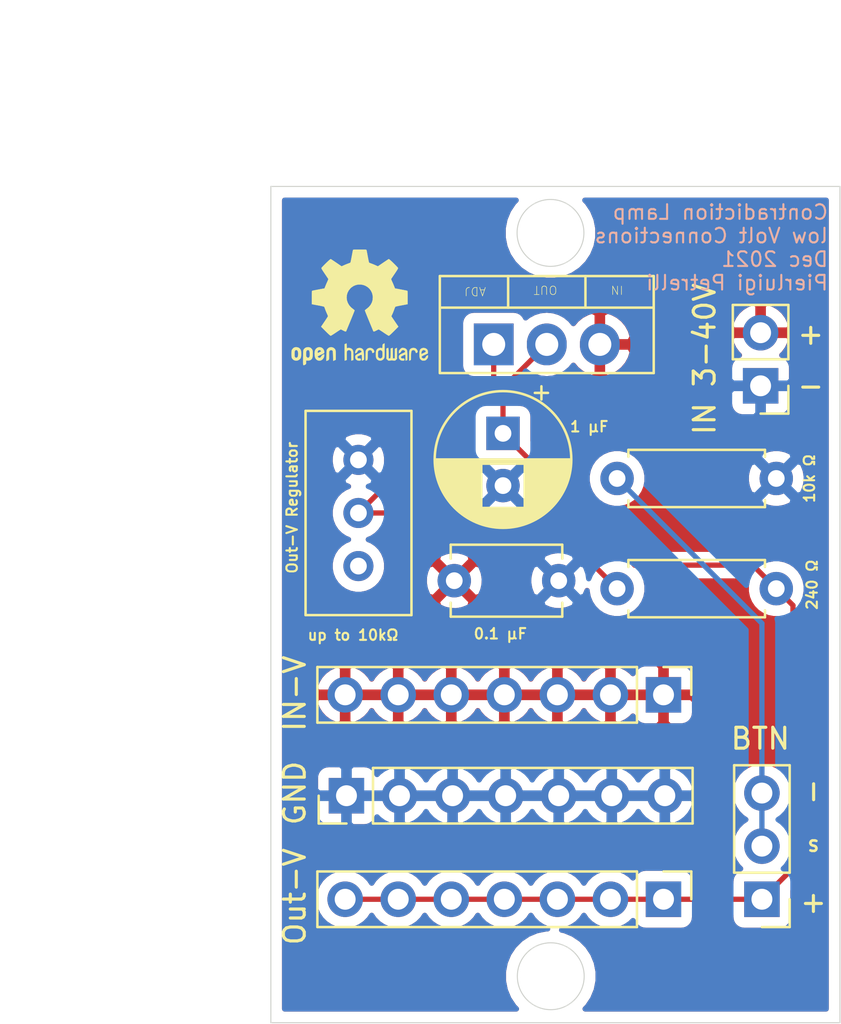
<source format=kicad_pcb>
(kicad_pcb (version 20171130) (host pcbnew "(5.1.12-1-10_14)")

  (general
    (thickness 1.6)
    (drawings 28)
    (tracks 28)
    (zones 0)
    (modules 12)
    (nets 6)
  )

  (page A4)
  (title_block
    (title "Contraddiction Lamp 5v")
    (date 2021-12-05)
    (rev 1)
    (company "Pierluigi Petrelli")
  )

  (layers
    (0 F.Cu signal)
    (31 B.Cu signal)
    (32 B.Adhes user)
    (33 F.Adhes user)
    (34 B.Paste user)
    (35 F.Paste user)
    (36 B.SilkS user)
    (37 F.SilkS user)
    (38 B.Mask user)
    (39 F.Mask user)
    (40 Dwgs.User user)
    (41 Cmts.User user)
    (42 Eco1.User user)
    (43 Eco2.User user)
    (44 Edge.Cuts user)
    (45 Margin user)
    (46 B.CrtYd user)
    (47 F.CrtYd user)
    (48 B.Fab user)
    (49 F.Fab user)
  )

  (setup
    (last_trace_width 0.25)
    (trace_clearance 0.2)
    (zone_clearance 0.508)
    (zone_45_only no)
    (trace_min 0.2)
    (via_size 0.8)
    (via_drill 0.4)
    (via_min_size 0.4)
    (via_min_drill 0.3)
    (uvia_size 0.3)
    (uvia_drill 0.1)
    (uvias_allowed no)
    (uvia_min_size 0.2)
    (uvia_min_drill 0.1)
    (edge_width 0.05)
    (segment_width 0.2)
    (pcb_text_width 0.3)
    (pcb_text_size 1.5 1.5)
    (mod_edge_width 0.12)
    (mod_text_size 1 1)
    (mod_text_width 0.15)
    (pad_size 1.524 1.524)
    (pad_drill 0.762)
    (pad_to_mask_clearance 0)
    (aux_axis_origin 0 0)
    (visible_elements FFFFFF7F)
    (pcbplotparams
      (layerselection 0x010fc_ffffffff)
      (usegerberextensions true)
      (usegerberattributes true)
      (usegerberadvancedattributes true)
      (creategerberjobfile false)
      (excludeedgelayer true)
      (linewidth 0.100000)
      (plotframeref false)
      (viasonmask false)
      (mode 1)
      (useauxorigin false)
      (hpglpennumber 1)
      (hpglpenspeed 20)
      (hpglpendiameter 15.000000)
      (psnegative false)
      (psa4output false)
      (plotreference true)
      (plotvalue true)
      (plotinvisibletext false)
      (padsonsilk false)
      (subtractmaskfromsilk false)
      (outputformat 1)
      (mirror false)
      (drillshape 0)
      (scaleselection 1)
      (outputdirectory "gerber/"))
  )

  (net 0 "")
  (net 1 GND)
  (net 2 /out-v)
  (net 3 /in-v)
  (net 4 /adj-v)
  (net 5 /btn-gnd)

  (net_class Default "This is the default net class."
    (clearance 0.2)
    (trace_width 0.25)
    (via_dia 0.8)
    (via_drill 0.4)
    (uvia_dia 0.3)
    (uvia_drill 0.1)
    (add_net /adj-v)
    (add_net /btn-gnd)
    (add_net /in-v)
    (add_net /out-v)
    (add_net GND)
  )

  (module Symbol:OSHW-Logo2_7.3x6mm_SilkScreen (layer F.Cu) (tedit 0) (tstamp 61CCF922)
    (at 144.5895 82.6135)
    (descr "Open Source Hardware Symbol")
    (tags "Logo Symbol OSHW")
    (attr virtual)
    (fp_text reference REF** (at 0 0) (layer F.SilkS) hide
      (effects (font (size 1 1) (thickness 0.15)))
    )
    (fp_text value OSHW-Logo2_7.3x6mm_SilkScreen (at 0.75 0) (layer F.Fab) hide
      (effects (font (size 1 1) (thickness 0.15)))
    )
    (fp_poly (pts (xy -2.400256 1.919918) (xy -2.344799 1.947568) (xy -2.295852 1.99848) (xy -2.282371 2.017338)
      (xy -2.267686 2.042015) (xy -2.258158 2.068816) (xy -2.252707 2.104587) (xy -2.250253 2.156169)
      (xy -2.249714 2.224267) (xy -2.252148 2.317588) (xy -2.260606 2.387657) (xy -2.276826 2.439931)
      (xy -2.302546 2.479869) (xy -2.339503 2.512929) (xy -2.342218 2.514886) (xy -2.37864 2.534908)
      (xy -2.422498 2.544815) (xy -2.478276 2.547257) (xy -2.568952 2.547257) (xy -2.56899 2.635283)
      (xy -2.569834 2.684308) (xy -2.574976 2.713065) (xy -2.588413 2.730311) (xy -2.614142 2.744808)
      (xy -2.620321 2.747769) (xy -2.649236 2.761648) (xy -2.671624 2.770414) (xy -2.688271 2.771171)
      (xy -2.699964 2.761023) (xy -2.70749 2.737073) (xy -2.711634 2.696426) (xy -2.713185 2.636186)
      (xy -2.712929 2.553455) (xy -2.711651 2.445339) (xy -2.711252 2.413) (xy -2.709815 2.301524)
      (xy -2.708528 2.228603) (xy -2.569029 2.228603) (xy -2.568245 2.290499) (xy -2.56476 2.330997)
      (xy -2.556876 2.357708) (xy -2.542895 2.378244) (xy -2.533403 2.38826) (xy -2.494596 2.417567)
      (xy -2.460237 2.419952) (xy -2.424784 2.39575) (xy -2.423886 2.394857) (xy -2.409461 2.376153)
      (xy -2.400687 2.350732) (xy -2.396261 2.311584) (xy -2.394882 2.251697) (xy -2.394857 2.23843)
      (xy -2.398188 2.155901) (xy -2.409031 2.098691) (xy -2.42866 2.063766) (xy -2.45835 2.048094)
      (xy -2.475509 2.046514) (xy -2.516234 2.053926) (xy -2.544168 2.07833) (xy -2.560983 2.12298)
      (xy -2.56835 2.19113) (xy -2.569029 2.228603) (xy -2.708528 2.228603) (xy -2.708292 2.215245)
      (xy -2.706323 2.150333) (xy -2.70355 2.102958) (xy -2.699612 2.06929) (xy -2.694151 2.045498)
      (xy -2.686808 2.027753) (xy -2.677223 2.012224) (xy -2.673113 2.006381) (xy -2.618595 1.951185)
      (xy -2.549664 1.91989) (xy -2.469928 1.911165) (xy -2.400256 1.919918)) (layer F.SilkS) (width 0.01))
    (fp_poly (pts (xy -1.283907 1.92778) (xy -1.237328 1.954723) (xy -1.204943 1.981466) (xy -1.181258 2.009484)
      (xy -1.164941 2.043748) (xy -1.154661 2.089227) (xy -1.149086 2.150892) (xy -1.146884 2.233711)
      (xy -1.146629 2.293246) (xy -1.146629 2.512391) (xy -1.208314 2.540044) (xy -1.27 2.567697)
      (xy -1.277257 2.32767) (xy -1.280256 2.238028) (xy -1.283402 2.172962) (xy -1.287299 2.128026)
      (xy -1.292553 2.09877) (xy -1.299769 2.080748) (xy -1.30955 2.069511) (xy -1.312688 2.067079)
      (xy -1.360239 2.048083) (xy -1.408303 2.0556) (xy -1.436914 2.075543) (xy -1.448553 2.089675)
      (xy -1.456609 2.10822) (xy -1.461729 2.136334) (xy -1.464559 2.179173) (xy -1.465744 2.241895)
      (xy -1.465943 2.307261) (xy -1.465982 2.389268) (xy -1.467386 2.447316) (xy -1.472086 2.486465)
      (xy -1.482013 2.51178) (xy -1.499097 2.528323) (xy -1.525268 2.541156) (xy -1.560225 2.554491)
      (xy -1.598404 2.569007) (xy -1.593859 2.311389) (xy -1.592029 2.218519) (xy -1.589888 2.149889)
      (xy -1.586819 2.100711) (xy -1.582206 2.066198) (xy -1.575432 2.041562) (xy -1.565881 2.022016)
      (xy -1.554366 2.00477) (xy -1.49881 1.94968) (xy -1.43102 1.917822) (xy -1.357287 1.910191)
      (xy -1.283907 1.92778)) (layer F.SilkS) (width 0.01))
    (fp_poly (pts (xy -2.958885 1.921962) (xy -2.890855 1.957733) (xy -2.840649 2.015301) (xy -2.822815 2.052312)
      (xy -2.808937 2.107882) (xy -2.801833 2.178096) (xy -2.80116 2.254727) (xy -2.806573 2.329552)
      (xy -2.81773 2.394342) (xy -2.834286 2.440873) (xy -2.839374 2.448887) (xy -2.899645 2.508707)
      (xy -2.971231 2.544535) (xy -3.048908 2.55502) (xy -3.127452 2.53881) (xy -3.149311 2.529092)
      (xy -3.191878 2.499143) (xy -3.229237 2.459433) (xy -3.232768 2.454397) (xy -3.247119 2.430124)
      (xy -3.256606 2.404178) (xy -3.26221 2.370022) (xy -3.264914 2.321119) (xy -3.265701 2.250935)
      (xy -3.265714 2.2352) (xy -3.265678 2.230192) (xy -3.120571 2.230192) (xy -3.119727 2.29643)
      (xy -3.116404 2.340386) (xy -3.109417 2.368779) (xy -3.097584 2.388325) (xy -3.091543 2.394857)
      (xy -3.056814 2.41968) (xy -3.023097 2.418548) (xy -2.989005 2.397016) (xy -2.968671 2.374029)
      (xy -2.956629 2.340478) (xy -2.949866 2.287569) (xy -2.949402 2.281399) (xy -2.948248 2.185513)
      (xy -2.960312 2.114299) (xy -2.98543 2.068194) (xy -3.02344 2.047635) (xy -3.037008 2.046514)
      (xy -3.072636 2.052152) (xy -3.097006 2.071686) (xy -3.111907 2.109042) (xy -3.119125 2.16815)
      (xy -3.120571 2.230192) (xy -3.265678 2.230192) (xy -3.265174 2.160413) (xy -3.262904 2.108159)
      (xy -3.257932 2.071949) (xy -3.249287 2.045299) (xy -3.235995 2.021722) (xy -3.233057 2.017338)
      (xy -3.183687 1.958249) (xy -3.129891 1.923947) (xy -3.064398 1.910331) (xy -3.042158 1.909665)
      (xy -2.958885 1.921962)) (layer F.SilkS) (width 0.01))
    (fp_poly (pts (xy -1.831697 1.931239) (xy -1.774473 1.969735) (xy -1.730251 2.025335) (xy -1.703833 2.096086)
      (xy -1.69849 2.148162) (xy -1.699097 2.169893) (xy -1.704178 2.186531) (xy -1.718145 2.201437)
      (xy -1.745411 2.217973) (xy -1.790388 2.239498) (xy -1.857489 2.269374) (xy -1.857829 2.269524)
      (xy -1.919593 2.297813) (xy -1.970241 2.322933) (xy -2.004596 2.342179) (xy -2.017482 2.352848)
      (xy -2.017486 2.352934) (xy -2.006128 2.376166) (xy -1.979569 2.401774) (xy -1.949077 2.420221)
      (xy -1.93363 2.423886) (xy -1.891485 2.411212) (xy -1.855192 2.379471) (xy -1.837483 2.344572)
      (xy -1.820448 2.318845) (xy -1.787078 2.289546) (xy -1.747851 2.264235) (xy -1.713244 2.250471)
      (xy -1.706007 2.249714) (xy -1.697861 2.26216) (xy -1.69737 2.293972) (xy -1.703357 2.336866)
      (xy -1.714643 2.382558) (xy -1.73005 2.422761) (xy -1.730829 2.424322) (xy -1.777196 2.489062)
      (xy -1.837289 2.533097) (xy -1.905535 2.554711) (xy -1.976362 2.552185) (xy -2.044196 2.523804)
      (xy -2.047212 2.521808) (xy -2.100573 2.473448) (xy -2.13566 2.410352) (xy -2.155078 2.327387)
      (xy -2.157684 2.304078) (xy -2.162299 2.194055) (xy -2.156767 2.142748) (xy -2.017486 2.142748)
      (xy -2.015676 2.174753) (xy -2.005778 2.184093) (xy -1.981102 2.177105) (xy -1.942205 2.160587)
      (xy -1.898725 2.139881) (xy -1.897644 2.139333) (xy -1.860791 2.119949) (xy -1.846 2.107013)
      (xy -1.849647 2.093451) (xy -1.865005 2.075632) (xy -1.904077 2.049845) (xy -1.946154 2.04795)
      (xy -1.983897 2.066717) (xy -2.009966 2.102915) (xy -2.017486 2.142748) (xy -2.156767 2.142748)
      (xy -2.152806 2.106027) (xy -2.12845 2.036212) (xy -2.094544 1.987302) (xy -2.033347 1.937878)
      (xy -1.965937 1.913359) (xy -1.89712 1.911797) (xy -1.831697 1.931239)) (layer F.SilkS) (width 0.01))
    (fp_poly (pts (xy -0.624114 1.851289) (xy -0.619861 1.910613) (xy -0.614975 1.945572) (xy -0.608205 1.96082)
      (xy -0.598298 1.961015) (xy -0.595086 1.959195) (xy -0.552356 1.946015) (xy -0.496773 1.946785)
      (xy -0.440263 1.960333) (xy -0.404918 1.977861) (xy -0.368679 2.005861) (xy -0.342187 2.037549)
      (xy -0.324001 2.077813) (xy -0.312678 2.131543) (xy -0.306778 2.203626) (xy -0.304857 2.298951)
      (xy -0.304823 2.317237) (xy -0.3048 2.522646) (xy -0.350509 2.53858) (xy -0.382973 2.54942)
      (xy -0.400785 2.554468) (xy -0.401309 2.554514) (xy -0.403063 2.540828) (xy -0.404556 2.503076)
      (xy -0.405674 2.446224) (xy -0.406303 2.375234) (xy -0.4064 2.332073) (xy -0.406602 2.246973)
      (xy -0.407642 2.185981) (xy -0.410169 2.144177) (xy -0.414836 2.116642) (xy -0.422293 2.098456)
      (xy -0.433189 2.084698) (xy -0.439993 2.078073) (xy -0.486728 2.051375) (xy -0.537728 2.049375)
      (xy -0.583999 2.071955) (xy -0.592556 2.080107) (xy -0.605107 2.095436) (xy -0.613812 2.113618)
      (xy -0.619369 2.139909) (xy -0.622474 2.179562) (xy -0.623824 2.237832) (xy -0.624114 2.318173)
      (xy -0.624114 2.522646) (xy -0.669823 2.53858) (xy -0.702287 2.54942) (xy -0.720099 2.554468)
      (xy -0.720623 2.554514) (xy -0.721963 2.540623) (xy -0.723172 2.501439) (xy -0.724199 2.4407)
      (xy -0.724998 2.362141) (xy -0.725519 2.269498) (xy -0.725714 2.166509) (xy -0.725714 1.769342)
      (xy -0.678543 1.749444) (xy -0.631371 1.729547) (xy -0.624114 1.851289)) (layer F.SilkS) (width 0.01))
    (fp_poly (pts (xy 0.039744 1.950968) (xy 0.096616 1.972087) (xy 0.097267 1.972493) (xy 0.13244 1.99838)
      (xy 0.158407 2.028633) (xy 0.17667 2.068058) (xy 0.188732 2.121462) (xy 0.196096 2.193651)
      (xy 0.200264 2.289432) (xy 0.200629 2.303078) (xy 0.205876 2.508842) (xy 0.161716 2.531678)
      (xy 0.129763 2.54711) (xy 0.11047 2.554423) (xy 0.109578 2.554514) (xy 0.106239 2.541022)
      (xy 0.103587 2.504626) (xy 0.101956 2.451452) (xy 0.1016 2.408393) (xy 0.101592 2.338641)
      (xy 0.098403 2.294837) (xy 0.087288 2.273944) (xy 0.063501 2.272925) (xy 0.022296 2.288741)
      (xy -0.039914 2.317815) (xy -0.085659 2.341963) (xy -0.109187 2.362913) (xy -0.116104 2.385747)
      (xy -0.116114 2.386877) (xy -0.104701 2.426212) (xy -0.070908 2.447462) (xy -0.019191 2.450539)
      (xy 0.018061 2.450006) (xy 0.037703 2.460735) (xy 0.049952 2.486505) (xy 0.057002 2.519337)
      (xy 0.046842 2.537966) (xy 0.043017 2.540632) (xy 0.007001 2.55134) (xy -0.043434 2.552856)
      (xy -0.095374 2.545759) (xy -0.132178 2.532788) (xy -0.183062 2.489585) (xy -0.211986 2.429446)
      (xy -0.217714 2.382462) (xy -0.213343 2.340082) (xy -0.197525 2.305488) (xy -0.166203 2.274763)
      (xy -0.115322 2.24399) (xy -0.040824 2.209252) (xy -0.036286 2.207288) (xy 0.030821 2.176287)
      (xy 0.072232 2.150862) (xy 0.089981 2.128014) (xy 0.086107 2.104745) (xy 0.062643 2.078056)
      (xy 0.055627 2.071914) (xy 0.00863 2.0481) (xy -0.040067 2.049103) (xy -0.082478 2.072451)
      (xy -0.110616 2.115675) (xy -0.113231 2.12416) (xy -0.138692 2.165308) (xy -0.170999 2.185128)
      (xy -0.217714 2.20477) (xy -0.217714 2.15395) (xy -0.203504 2.080082) (xy -0.161325 2.012327)
      (xy -0.139376 1.989661) (xy -0.089483 1.960569) (xy -0.026033 1.9474) (xy 0.039744 1.950968)) (layer F.SilkS) (width 0.01))
    (fp_poly (pts (xy 0.529926 1.949755) (xy 0.595858 1.974084) (xy 0.649273 2.017117) (xy 0.670164 2.047409)
      (xy 0.692939 2.102994) (xy 0.692466 2.143186) (xy 0.668562 2.170217) (xy 0.659717 2.174813)
      (xy 0.62153 2.189144) (xy 0.602028 2.185472) (xy 0.595422 2.161407) (xy 0.595086 2.148114)
      (xy 0.582992 2.09921) (xy 0.551471 2.064999) (xy 0.507659 2.048476) (xy 0.458695 2.052634)
      (xy 0.418894 2.074227) (xy 0.40545 2.086544) (xy 0.395921 2.101487) (xy 0.389485 2.124075)
      (xy 0.385317 2.159328) (xy 0.382597 2.212266) (xy 0.380502 2.287907) (xy 0.37996 2.311857)
      (xy 0.377981 2.39379) (xy 0.375731 2.451455) (xy 0.372357 2.489608) (xy 0.367006 2.513004)
      (xy 0.358824 2.526398) (xy 0.346959 2.534545) (xy 0.339362 2.538144) (xy 0.307102 2.550452)
      (xy 0.288111 2.554514) (xy 0.281836 2.540948) (xy 0.278006 2.499934) (xy 0.2766 2.430999)
      (xy 0.277598 2.333669) (xy 0.277908 2.318657) (xy 0.280101 2.229859) (xy 0.282693 2.165019)
      (xy 0.286382 2.119067) (xy 0.291864 2.086935) (xy 0.299835 2.063553) (xy 0.310993 2.043852)
      (xy 0.31683 2.03541) (xy 0.350296 1.998057) (xy 0.387727 1.969003) (xy 0.392309 1.966467)
      (xy 0.459426 1.946443) (xy 0.529926 1.949755)) (layer F.SilkS) (width 0.01))
    (fp_poly (pts (xy 1.190117 2.065358) (xy 1.189933 2.173837) (xy 1.189219 2.257287) (xy 1.187675 2.319704)
      (xy 1.185001 2.365085) (xy 1.180894 2.397429) (xy 1.175055 2.420733) (xy 1.167182 2.438995)
      (xy 1.161221 2.449418) (xy 1.111855 2.505945) (xy 1.049264 2.541377) (xy 0.980013 2.55409)
      (xy 0.910668 2.542463) (xy 0.869375 2.521568) (xy 0.826025 2.485422) (xy 0.796481 2.441276)
      (xy 0.778655 2.383462) (xy 0.770463 2.306313) (xy 0.769302 2.249714) (xy 0.769458 2.245647)
      (xy 0.870857 2.245647) (xy 0.871476 2.31055) (xy 0.874314 2.353514) (xy 0.88084 2.381622)
      (xy 0.892523 2.401953) (xy 0.906483 2.417288) (xy 0.953365 2.44689) (xy 1.003701 2.449419)
      (xy 1.051276 2.424705) (xy 1.054979 2.421356) (xy 1.070783 2.403935) (xy 1.080693 2.383209)
      (xy 1.086058 2.352362) (xy 1.088228 2.304577) (xy 1.088571 2.251748) (xy 1.087827 2.185381)
      (xy 1.084748 2.141106) (xy 1.078061 2.112009) (xy 1.066496 2.091173) (xy 1.057013 2.080107)
      (xy 1.01296 2.052198) (xy 0.962224 2.048843) (xy 0.913796 2.070159) (xy 0.90445 2.078073)
      (xy 0.88854 2.095647) (xy 0.87861 2.116587) (xy 0.873278 2.147782) (xy 0.871163 2.196122)
      (xy 0.870857 2.245647) (xy 0.769458 2.245647) (xy 0.77281 2.158568) (xy 0.784726 2.090086)
      (xy 0.807135 2.0386) (xy 0.842124 1.998443) (xy 0.869375 1.977861) (xy 0.918907 1.955625)
      (xy 0.976316 1.945304) (xy 1.029682 1.948067) (xy 1.059543 1.959212) (xy 1.071261 1.962383)
      (xy 1.079037 1.950557) (xy 1.084465 1.918866) (xy 1.088571 1.870593) (xy 1.093067 1.816829)
      (xy 1.099313 1.784482) (xy 1.110676 1.765985) (xy 1.130528 1.75377) (xy 1.143 1.748362)
      (xy 1.190171 1.728601) (xy 1.190117 2.065358)) (layer F.SilkS) (width 0.01))
    (fp_poly (pts (xy 1.779833 1.958663) (xy 1.782048 1.99685) (xy 1.783784 2.054886) (xy 1.784899 2.12818)
      (xy 1.785257 2.205055) (xy 1.785257 2.465196) (xy 1.739326 2.511127) (xy 1.707675 2.539429)
      (xy 1.67989 2.550893) (xy 1.641915 2.550168) (xy 1.62684 2.548321) (xy 1.579726 2.542948)
      (xy 1.540756 2.539869) (xy 1.531257 2.539585) (xy 1.499233 2.541445) (xy 1.453432 2.546114)
      (xy 1.435674 2.548321) (xy 1.392057 2.551735) (xy 1.362745 2.54432) (xy 1.33368 2.521427)
      (xy 1.323188 2.511127) (xy 1.277257 2.465196) (xy 1.277257 1.978602) (xy 1.314226 1.961758)
      (xy 1.346059 1.949282) (xy 1.364683 1.944914) (xy 1.369458 1.958718) (xy 1.373921 1.997286)
      (xy 1.377775 2.056356) (xy 1.380722 2.131663) (xy 1.382143 2.195286) (xy 1.386114 2.445657)
      (xy 1.420759 2.450556) (xy 1.452268 2.447131) (xy 1.467708 2.436041) (xy 1.472023 2.415308)
      (xy 1.475708 2.371145) (xy 1.478469 2.309146) (xy 1.480012 2.234909) (xy 1.480235 2.196706)
      (xy 1.480457 1.976783) (xy 1.526166 1.960849) (xy 1.558518 1.950015) (xy 1.576115 1.944962)
      (xy 1.576623 1.944914) (xy 1.578388 1.958648) (xy 1.580329 1.99673) (xy 1.582282 2.054482)
      (xy 1.584084 2.127227) (xy 1.585343 2.195286) (xy 1.589314 2.445657) (xy 1.6764 2.445657)
      (xy 1.680396 2.21724) (xy 1.684392 1.988822) (xy 1.726847 1.966868) (xy 1.758192 1.951793)
      (xy 1.776744 1.944951) (xy 1.777279 1.944914) (xy 1.779833 1.958663)) (layer F.SilkS) (width 0.01))
    (fp_poly (pts (xy 2.144876 1.956335) (xy 2.186667 1.975344) (xy 2.219469 1.998378) (xy 2.243503 2.024133)
      (xy 2.260097 2.057358) (xy 2.270577 2.1028) (xy 2.276271 2.165207) (xy 2.278507 2.249327)
      (xy 2.278743 2.304721) (xy 2.278743 2.520826) (xy 2.241774 2.53767) (xy 2.212656 2.549981)
      (xy 2.198231 2.554514) (xy 2.195472 2.541025) (xy 2.193282 2.504653) (xy 2.191942 2.451542)
      (xy 2.191657 2.409372) (xy 2.190434 2.348447) (xy 2.187136 2.300115) (xy 2.182321 2.270518)
      (xy 2.178496 2.264229) (xy 2.152783 2.270652) (xy 2.112418 2.287125) (xy 2.065679 2.309458)
      (xy 2.020845 2.333457) (xy 1.986193 2.35493) (xy 1.970002 2.369685) (xy 1.969938 2.369845)
      (xy 1.97133 2.397152) (xy 1.983818 2.423219) (xy 2.005743 2.444392) (xy 2.037743 2.451474)
      (xy 2.065092 2.450649) (xy 2.103826 2.450042) (xy 2.124158 2.459116) (xy 2.136369 2.483092)
      (xy 2.137909 2.487613) (xy 2.143203 2.521806) (xy 2.129047 2.542568) (xy 2.092148 2.552462)
      (xy 2.052289 2.554292) (xy 1.980562 2.540727) (xy 1.943432 2.521355) (xy 1.897576 2.475845)
      (xy 1.873256 2.419983) (xy 1.871073 2.360957) (xy 1.891629 2.305953) (xy 1.922549 2.271486)
      (xy 1.95342 2.252189) (xy 2.001942 2.227759) (xy 2.058485 2.202985) (xy 2.06791 2.199199)
      (xy 2.130019 2.171791) (xy 2.165822 2.147634) (xy 2.177337 2.123619) (xy 2.16658 2.096635)
      (xy 2.148114 2.075543) (xy 2.104469 2.049572) (xy 2.056446 2.047624) (xy 2.012406 2.067637)
      (xy 1.980709 2.107551) (xy 1.976549 2.117848) (xy 1.952327 2.155724) (xy 1.916965 2.183842)
      (xy 1.872343 2.206917) (xy 1.872343 2.141485) (xy 1.874969 2.101506) (xy 1.88623 2.069997)
      (xy 1.911199 2.036378) (xy 1.935169 2.010484) (xy 1.972441 1.973817) (xy 2.001401 1.954121)
      (xy 2.032505 1.94622) (xy 2.067713 1.944914) (xy 2.144876 1.956335)) (layer F.SilkS) (width 0.01))
    (fp_poly (pts (xy 2.6526 1.958752) (xy 2.669948 1.966334) (xy 2.711356 1.999128) (xy 2.746765 2.046547)
      (xy 2.768664 2.097151) (xy 2.772229 2.122098) (xy 2.760279 2.156927) (xy 2.734067 2.175357)
      (xy 2.705964 2.186516) (xy 2.693095 2.188572) (xy 2.686829 2.173649) (xy 2.674456 2.141175)
      (xy 2.669028 2.126502) (xy 2.63859 2.075744) (xy 2.59452 2.050427) (xy 2.53801 2.051206)
      (xy 2.533825 2.052203) (xy 2.503655 2.066507) (xy 2.481476 2.094393) (xy 2.466327 2.139287)
      (xy 2.45725 2.204615) (xy 2.453286 2.293804) (xy 2.452914 2.341261) (xy 2.45273 2.416071)
      (xy 2.451522 2.467069) (xy 2.448309 2.499471) (xy 2.442109 2.518495) (xy 2.43194 2.529356)
      (xy 2.416819 2.537272) (xy 2.415946 2.53767) (xy 2.386828 2.549981) (xy 2.372403 2.554514)
      (xy 2.370186 2.540809) (xy 2.368289 2.502925) (xy 2.366847 2.445715) (xy 2.365998 2.374027)
      (xy 2.365829 2.321565) (xy 2.366692 2.220047) (xy 2.37007 2.143032) (xy 2.377142 2.086023)
      (xy 2.389088 2.044526) (xy 2.40709 2.014043) (xy 2.432327 1.99008) (xy 2.457247 1.973355)
      (xy 2.517171 1.951097) (xy 2.586911 1.946076) (xy 2.6526 1.958752)) (layer F.SilkS) (width 0.01))
    (fp_poly (pts (xy 3.153595 1.966966) (xy 3.211021 2.004497) (xy 3.238719 2.038096) (xy 3.260662 2.099064)
      (xy 3.262405 2.147308) (xy 3.258457 2.211816) (xy 3.109686 2.276934) (xy 3.037349 2.310202)
      (xy 2.990084 2.336964) (xy 2.965507 2.360144) (xy 2.961237 2.382667) (xy 2.974889 2.407455)
      (xy 2.989943 2.423886) (xy 3.033746 2.450235) (xy 3.081389 2.452081) (xy 3.125145 2.431546)
      (xy 3.157289 2.390752) (xy 3.163038 2.376347) (xy 3.190576 2.331356) (xy 3.222258 2.312182)
      (xy 3.265714 2.295779) (xy 3.265714 2.357966) (xy 3.261872 2.400283) (xy 3.246823 2.435969)
      (xy 3.21528 2.476943) (xy 3.210592 2.482267) (xy 3.175506 2.51872) (xy 3.145347 2.538283)
      (xy 3.107615 2.547283) (xy 3.076335 2.55023) (xy 3.020385 2.550965) (xy 2.980555 2.54166)
      (xy 2.955708 2.527846) (xy 2.916656 2.497467) (xy 2.889625 2.464613) (xy 2.872517 2.423294)
      (xy 2.863238 2.367521) (xy 2.859693 2.291305) (xy 2.85941 2.252622) (xy 2.860372 2.206247)
      (xy 2.948007 2.206247) (xy 2.949023 2.231126) (xy 2.951556 2.2352) (xy 2.968274 2.229665)
      (xy 3.004249 2.215017) (xy 3.052331 2.19419) (xy 3.062386 2.189714) (xy 3.123152 2.158814)
      (xy 3.156632 2.131657) (xy 3.16399 2.10622) (xy 3.146391 2.080481) (xy 3.131856 2.069109)
      (xy 3.07941 2.046364) (xy 3.030322 2.050122) (xy 2.989227 2.077884) (xy 2.960758 2.127152)
      (xy 2.951631 2.166257) (xy 2.948007 2.206247) (xy 2.860372 2.206247) (xy 2.861285 2.162249)
      (xy 2.868196 2.095384) (xy 2.881884 2.046695) (xy 2.904096 2.010849) (xy 2.936574 1.982513)
      (xy 2.950733 1.973355) (xy 3.015053 1.949507) (xy 3.085473 1.948006) (xy 3.153595 1.966966)) (layer F.SilkS) (width 0.01))
    (fp_poly (pts (xy 0.10391 -2.757652) (xy 0.182454 -2.757222) (xy 0.239298 -2.756058) (xy 0.278105 -2.753793)
      (xy 0.302538 -2.75006) (xy 0.316262 -2.744494) (xy 0.32294 -2.736727) (xy 0.326236 -2.726395)
      (xy 0.326556 -2.725057) (xy 0.331562 -2.700921) (xy 0.340829 -2.653299) (xy 0.353392 -2.587259)
      (xy 0.368287 -2.507872) (xy 0.384551 -2.420204) (xy 0.385119 -2.417125) (xy 0.40141 -2.331211)
      (xy 0.416652 -2.255304) (xy 0.429861 -2.193955) (xy 0.440054 -2.151718) (xy 0.446248 -2.133145)
      (xy 0.446543 -2.132816) (xy 0.464788 -2.123747) (xy 0.502405 -2.108633) (xy 0.551271 -2.090738)
      (xy 0.551543 -2.090642) (xy 0.613093 -2.067507) (xy 0.685657 -2.038035) (xy 0.754057 -2.008403)
      (xy 0.757294 -2.006938) (xy 0.868702 -1.956374) (xy 1.115399 -2.12484) (xy 1.191077 -2.176197)
      (xy 1.259631 -2.222111) (xy 1.317088 -2.25997) (xy 1.359476 -2.287163) (xy 1.382825 -2.301079)
      (xy 1.385042 -2.302111) (xy 1.40201 -2.297516) (xy 1.433701 -2.275345) (xy 1.481352 -2.234553)
      (xy 1.546198 -2.174095) (xy 1.612397 -2.109773) (xy 1.676214 -2.046388) (xy 1.733329 -1.988549)
      (xy 1.780305 -1.939825) (xy 1.813703 -1.90379) (xy 1.830085 -1.884016) (xy 1.830694 -1.882998)
      (xy 1.832505 -1.869428) (xy 1.825683 -1.847267) (xy 1.80854 -1.813522) (xy 1.779393 -1.7652)
      (xy 1.736555 -1.699308) (xy 1.679448 -1.614483) (xy 1.628766 -1.539823) (xy 1.583461 -1.47286)
      (xy 1.54615 -1.417484) (xy 1.519452 -1.37758) (xy 1.505985 -1.357038) (xy 1.505137 -1.355644)
      (xy 1.506781 -1.335962) (xy 1.519245 -1.297707) (xy 1.540048 -1.248111) (xy 1.547462 -1.232272)
      (xy 1.579814 -1.16171) (xy 1.614328 -1.081647) (xy 1.642365 -1.012371) (xy 1.662568 -0.960955)
      (xy 1.678615 -0.921881) (xy 1.687888 -0.901459) (xy 1.689041 -0.899886) (xy 1.706096 -0.897279)
      (xy 1.746298 -0.890137) (xy 1.804302 -0.879477) (xy 1.874763 -0.866315) (xy 1.952335 -0.851667)
      (xy 2.031672 -0.836551) (xy 2.107431 -0.821982) (xy 2.174264 -0.808978) (xy 2.226828 -0.798555)
      (xy 2.259776 -0.79173) (xy 2.267857 -0.789801) (xy 2.276205 -0.785038) (xy 2.282506 -0.774282)
      (xy 2.287045 -0.753902) (xy 2.290104 -0.720266) (xy 2.291967 -0.669745) (xy 2.292918 -0.598708)
      (xy 2.29324 -0.503524) (xy 2.293257 -0.464508) (xy 2.293257 -0.147201) (xy 2.217057 -0.132161)
      (xy 2.174663 -0.124005) (xy 2.1114 -0.112101) (xy 2.034962 -0.097884) (xy 1.953043 -0.08279)
      (xy 1.9304 -0.078645) (xy 1.854806 -0.063947) (xy 1.788953 -0.049495) (xy 1.738366 -0.036625)
      (xy 1.708574 -0.026678) (xy 1.703612 -0.023713) (xy 1.691426 -0.002717) (xy 1.673953 0.037967)
      (xy 1.654577 0.090322) (xy 1.650734 0.1016) (xy 1.625339 0.171523) (xy 1.593817 0.250418)
      (xy 1.562969 0.321266) (xy 1.562817 0.321595) (xy 1.511447 0.432733) (xy 1.680399 0.681253)
      (xy 1.849352 0.929772) (xy 1.632429 1.147058) (xy 1.566819 1.211726) (xy 1.506979 1.268733)
      (xy 1.456267 1.315033) (xy 1.418046 1.347584) (xy 1.395675 1.363343) (xy 1.392466 1.364343)
      (xy 1.373626 1.356469) (xy 1.33518 1.334578) (xy 1.28133 1.301267) (xy 1.216276 1.259131)
      (xy 1.14594 1.211943) (xy 1.074555 1.16381) (xy 1.010908 1.121928) (xy 0.959041 1.088871)
      (xy 0.922995 1.067218) (xy 0.906867 1.059543) (xy 0.887189 1.066037) (xy 0.849875 1.08315)
      (xy 0.802621 1.107326) (xy 0.797612 1.110013) (xy 0.733977 1.141927) (xy 0.690341 1.157579)
      (xy 0.663202 1.157745) (xy 0.649057 1.143204) (xy 0.648975 1.143) (xy 0.641905 1.125779)
      (xy 0.625042 1.084899) (xy 0.599695 1.023525) (xy 0.567171 0.944819) (xy 0.528778 0.851947)
      (xy 0.485822 0.748072) (xy 0.444222 0.647502) (xy 0.398504 0.536516) (xy 0.356526 0.433703)
      (xy 0.319548 0.342215) (xy 0.288827 0.265201) (xy 0.265622 0.205815) (xy 0.25119 0.167209)
      (xy 0.246743 0.1528) (xy 0.257896 0.136272) (xy 0.287069 0.10993) (xy 0.325971 0.080887)
      (xy 0.436757 -0.010961) (xy 0.523351 -0.116241) (xy 0.584716 -0.232734) (xy 0.619815 -0.358224)
      (xy 0.627608 -0.490493) (xy 0.621943 -0.551543) (xy 0.591078 -0.678205) (xy 0.53792 -0.790059)
      (xy 0.465767 -0.885999) (xy 0.377917 -0.964924) (xy 0.277665 -1.02573) (xy 0.16831 -1.067313)
      (xy 0.053147 -1.088572) (xy -0.064525 -1.088401) (xy -0.18141 -1.065699) (xy -0.294211 -1.019362)
      (xy -0.399631 -0.948287) (xy -0.443632 -0.908089) (xy -0.528021 -0.804871) (xy -0.586778 -0.692075)
      (xy -0.620296 -0.57299) (xy -0.628965 -0.450905) (xy -0.613177 -0.329107) (xy -0.573322 -0.210884)
      (xy -0.509793 -0.099525) (xy -0.422979 0.001684) (xy -0.325971 0.080887) (xy -0.285563 0.111162)
      (xy -0.257018 0.137219) (xy -0.246743 0.152825) (xy -0.252123 0.169843) (xy -0.267425 0.2105)
      (xy -0.291388 0.271642) (xy -0.322756 0.350119) (xy -0.360268 0.44278) (xy -0.402667 0.546472)
      (xy -0.444337 0.647526) (xy -0.49031 0.758607) (xy -0.532893 0.861541) (xy -0.570779 0.953165)
      (xy -0.60266 1.030316) (xy -0.627229 1.089831) (xy -0.64318 1.128544) (xy -0.64909 1.143)
      (xy -0.663052 1.157685) (xy -0.69006 1.157642) (xy -0.733587 1.142099) (xy -0.79711 1.110284)
      (xy -0.797612 1.110013) (xy -0.84544 1.085323) (xy -0.884103 1.067338) (xy -0.905905 1.059614)
      (xy -0.906867 1.059543) (xy -0.923279 1.067378) (xy -0.959513 1.089165) (xy -1.011526 1.122328)
      (xy -1.075275 1.164291) (xy -1.14594 1.211943) (xy -1.217884 1.260191) (xy -1.282726 1.302151)
      (xy -1.336265 1.335227) (xy -1.374303 1.356821) (xy -1.392467 1.364343) (xy -1.409192 1.354457)
      (xy -1.44282 1.326826) (xy -1.48999 1.284495) (xy -1.547342 1.230505) (xy -1.611516 1.167899)
      (xy -1.632503 1.146983) (xy -1.849501 0.929623) (xy -1.684332 0.68722) (xy -1.634136 0.612781)
      (xy -1.590081 0.545972) (xy -1.554638 0.490665) (xy -1.530281 0.450729) (xy -1.519478 0.430036)
      (xy -1.519162 0.428563) (xy -1.524857 0.409058) (xy -1.540174 0.369822) (xy -1.562463 0.31743)
      (xy -1.578107 0.282355) (xy -1.607359 0.215201) (xy -1.634906 0.147358) (xy -1.656263 0.090034)
      (xy -1.662065 0.072572) (xy -1.678548 0.025938) (xy -1.69466 -0.010095) (xy -1.70351 -0.023713)
      (xy -1.72304 -0.032048) (xy -1.765666 -0.043863) (xy -1.825855 -0.057819) (xy -1.898078 -0.072578)
      (xy -1.9304 -0.078645) (xy -2.012478 -0.093727) (xy -2.091205 -0.108331) (xy -2.158891 -0.12102)
      (xy -2.20784 -0.130358) (xy -2.217057 -0.132161) (xy -2.293257 -0.147201) (xy -2.293257 -0.464508)
      (xy -2.293086 -0.568846) (xy -2.292384 -0.647787) (xy -2.290866 -0.704962) (xy -2.288251 -0.744001)
      (xy -2.284254 -0.768535) (xy -2.278591 -0.782195) (xy -2.27098 -0.788611) (xy -2.267857 -0.789801)
      (xy -2.249022 -0.79402) (xy -2.207412 -0.802438) (xy -2.14837 -0.814039) (xy -2.077243 -0.827805)
      (xy -1.999375 -0.84272) (xy -1.920113 -0.857768) (xy -1.844802 -0.871931) (xy -1.778787 -0.884194)
      (xy -1.727413 -0.893539) (xy -1.696025 -0.89895) (xy -1.689041 -0.899886) (xy -1.682715 -0.912404)
      (xy -1.66871 -0.945754) (xy -1.649645 -0.993623) (xy -1.642366 -1.012371) (xy -1.613004 -1.084805)
      (xy -1.578429 -1.16483) (xy -1.547463 -1.232272) (xy -1.524677 -1.283841) (xy -1.509518 -1.326215)
      (xy -1.504458 -1.352166) (xy -1.505264 -1.355644) (xy -1.515959 -1.372064) (xy -1.54038 -1.408583)
      (xy -1.575905 -1.461313) (xy -1.619913 -1.526365) (xy -1.669783 -1.599849) (xy -1.679644 -1.614355)
      (xy -1.737508 -1.700296) (xy -1.780044 -1.765739) (xy -1.808946 -1.813696) (xy -1.82591 -1.84718)
      (xy -1.832633 -1.869205) (xy -1.83081 -1.882783) (xy -1.830764 -1.882869) (xy -1.816414 -1.900703)
      (xy -1.784677 -1.935183) (xy -1.73899 -1.982732) (xy -1.682796 -2.039778) (xy -1.619532 -2.102745)
      (xy -1.612398 -2.109773) (xy -1.53267 -2.18698) (xy -1.471143 -2.24367) (xy -1.426579 -2.28089)
      (xy -1.397743 -2.299685) (xy -1.385042 -2.302111) (xy -1.366506 -2.291529) (xy -1.328039 -2.267084)
      (xy -1.273614 -2.231388) (xy -1.207202 -2.187053) (xy -1.132775 -2.136689) (xy -1.115399 -2.12484)
      (xy -0.868703 -1.956374) (xy -0.757294 -2.006938) (xy -0.689543 -2.036405) (xy -0.616817 -2.066041)
      (xy -0.554297 -2.08967) (xy -0.551543 -2.090642) (xy -0.50264 -2.108543) (xy -0.464943 -2.12368)
      (xy -0.446575 -2.13279) (xy -0.446544 -2.132816) (xy -0.440715 -2.149283) (xy -0.430808 -2.189781)
      (xy -0.417805 -2.249758) (xy -0.402691 -2.32466) (xy -0.386448 -2.409936) (xy -0.385119 -2.417125)
      (xy -0.368825 -2.504986) (xy -0.353867 -2.58474) (xy -0.341209 -2.651319) (xy -0.331814 -2.699653)
      (xy -0.326646 -2.724675) (xy -0.326556 -2.725057) (xy -0.323411 -2.735701) (xy -0.317296 -2.743738)
      (xy -0.304547 -2.749533) (xy -0.2815 -2.753453) (xy -0.244491 -2.755865) (xy -0.189856 -2.757135)
      (xy -0.113933 -2.757629) (xy -0.013056 -2.757714) (xy 0 -2.757714) (xy 0.10391 -2.757652)) (layer F.SilkS) (width 0.01))
  )

  (module Capacitor_THT:CP_Radial_D6.3mm_P2.50mm (layer F.Cu) (tedit 5AE50EF0) (tstamp 61CB15A2)
    (at 151.4475 88.646 270)
    (descr "CP, Radial series, Radial, pin pitch=2.50mm, , diameter=6.3mm, Electrolytic Capacitor")
    (tags "CP Radial series Radial pin pitch 2.50mm  diameter 6.3mm Electrolytic Capacitor")
    (path /61CAF77D)
    (fp_text reference C2 (at 1.25 -4.4 90) (layer F.SilkS) hide
      (effects (font (size 1 1) (thickness 0.15)))
    )
    (fp_text value "C_Polarized_Small 1uF 50V" (at 1.25 4.4 90) (layer F.Fab) hide
      (effects (font (size 1 1) (thickness 0.15)))
    )
    (fp_text user %R (at 0.3175 1.651 90) (layer F.Fab)
      (effects (font (size 1 1) (thickness 0.15)))
    )
    (fp_circle (center 1.25 0) (end 4.4 0) (layer F.Fab) (width 0.1))
    (fp_circle (center 1.25 0) (end 4.52 0) (layer F.SilkS) (width 0.12))
    (fp_circle (center 1.25 0) (end 4.65 0) (layer F.CrtYd) (width 0.05))
    (fp_line (start -1.443972 -1.3735) (end -0.813972 -1.3735) (layer F.Fab) (width 0.1))
    (fp_line (start -1.128972 -1.6885) (end -1.128972 -1.0585) (layer F.Fab) (width 0.1))
    (fp_line (start 1.25 -3.23) (end 1.25 3.23) (layer F.SilkS) (width 0.12))
    (fp_line (start 1.29 -3.23) (end 1.29 3.23) (layer F.SilkS) (width 0.12))
    (fp_line (start 1.33 -3.23) (end 1.33 3.23) (layer F.SilkS) (width 0.12))
    (fp_line (start 1.37 -3.228) (end 1.37 3.228) (layer F.SilkS) (width 0.12))
    (fp_line (start 1.41 -3.227) (end 1.41 3.227) (layer F.SilkS) (width 0.12))
    (fp_line (start 1.45 -3.224) (end 1.45 3.224) (layer F.SilkS) (width 0.12))
    (fp_line (start 1.49 -3.222) (end 1.49 -1.04) (layer F.SilkS) (width 0.12))
    (fp_line (start 1.49 1.04) (end 1.49 3.222) (layer F.SilkS) (width 0.12))
    (fp_line (start 1.53 -3.218) (end 1.53 -1.04) (layer F.SilkS) (width 0.12))
    (fp_line (start 1.53 1.04) (end 1.53 3.218) (layer F.SilkS) (width 0.12))
    (fp_line (start 1.57 -3.215) (end 1.57 -1.04) (layer F.SilkS) (width 0.12))
    (fp_line (start 1.57 1.04) (end 1.57 3.215) (layer F.SilkS) (width 0.12))
    (fp_line (start 1.61 -3.211) (end 1.61 -1.04) (layer F.SilkS) (width 0.12))
    (fp_line (start 1.61 1.04) (end 1.61 3.211) (layer F.SilkS) (width 0.12))
    (fp_line (start 1.65 -3.206) (end 1.65 -1.04) (layer F.SilkS) (width 0.12))
    (fp_line (start 1.65 1.04) (end 1.65 3.206) (layer F.SilkS) (width 0.12))
    (fp_line (start 1.69 -3.201) (end 1.69 -1.04) (layer F.SilkS) (width 0.12))
    (fp_line (start 1.69 1.04) (end 1.69 3.201) (layer F.SilkS) (width 0.12))
    (fp_line (start 1.73 -3.195) (end 1.73 -1.04) (layer F.SilkS) (width 0.12))
    (fp_line (start 1.73 1.04) (end 1.73 3.195) (layer F.SilkS) (width 0.12))
    (fp_line (start 1.77 -3.189) (end 1.77 -1.04) (layer F.SilkS) (width 0.12))
    (fp_line (start 1.77 1.04) (end 1.77 3.189) (layer F.SilkS) (width 0.12))
    (fp_line (start 1.81 -3.182) (end 1.81 -1.04) (layer F.SilkS) (width 0.12))
    (fp_line (start 1.81 1.04) (end 1.81 3.182) (layer F.SilkS) (width 0.12))
    (fp_line (start 1.85 -3.175) (end 1.85 -1.04) (layer F.SilkS) (width 0.12))
    (fp_line (start 1.85 1.04) (end 1.85 3.175) (layer F.SilkS) (width 0.12))
    (fp_line (start 1.89 -3.167) (end 1.89 -1.04) (layer F.SilkS) (width 0.12))
    (fp_line (start 1.89 1.04) (end 1.89 3.167) (layer F.SilkS) (width 0.12))
    (fp_line (start 1.93 -3.159) (end 1.93 -1.04) (layer F.SilkS) (width 0.12))
    (fp_line (start 1.93 1.04) (end 1.93 3.159) (layer F.SilkS) (width 0.12))
    (fp_line (start 1.971 -3.15) (end 1.971 -1.04) (layer F.SilkS) (width 0.12))
    (fp_line (start 1.971 1.04) (end 1.971 3.15) (layer F.SilkS) (width 0.12))
    (fp_line (start 2.011 -3.141) (end 2.011 -1.04) (layer F.SilkS) (width 0.12))
    (fp_line (start 2.011 1.04) (end 2.011 3.141) (layer F.SilkS) (width 0.12))
    (fp_line (start 2.051 -3.131) (end 2.051 -1.04) (layer F.SilkS) (width 0.12))
    (fp_line (start 2.051 1.04) (end 2.051 3.131) (layer F.SilkS) (width 0.12))
    (fp_line (start 2.091 -3.121) (end 2.091 -1.04) (layer F.SilkS) (width 0.12))
    (fp_line (start 2.091 1.04) (end 2.091 3.121) (layer F.SilkS) (width 0.12))
    (fp_line (start 2.131 -3.11) (end 2.131 -1.04) (layer F.SilkS) (width 0.12))
    (fp_line (start 2.131 1.04) (end 2.131 3.11) (layer F.SilkS) (width 0.12))
    (fp_line (start 2.171 -3.098) (end 2.171 -1.04) (layer F.SilkS) (width 0.12))
    (fp_line (start 2.171 1.04) (end 2.171 3.098) (layer F.SilkS) (width 0.12))
    (fp_line (start 2.211 -3.086) (end 2.211 -1.04) (layer F.SilkS) (width 0.12))
    (fp_line (start 2.211 1.04) (end 2.211 3.086) (layer F.SilkS) (width 0.12))
    (fp_line (start 2.251 -3.074) (end 2.251 -1.04) (layer F.SilkS) (width 0.12))
    (fp_line (start 2.251 1.04) (end 2.251 3.074) (layer F.SilkS) (width 0.12))
    (fp_line (start 2.291 -3.061) (end 2.291 -1.04) (layer F.SilkS) (width 0.12))
    (fp_line (start 2.291 1.04) (end 2.291 3.061) (layer F.SilkS) (width 0.12))
    (fp_line (start 2.331 -3.047) (end 2.331 -1.04) (layer F.SilkS) (width 0.12))
    (fp_line (start 2.331 1.04) (end 2.331 3.047) (layer F.SilkS) (width 0.12))
    (fp_line (start 2.371 -3.033) (end 2.371 -1.04) (layer F.SilkS) (width 0.12))
    (fp_line (start 2.371 1.04) (end 2.371 3.033) (layer F.SilkS) (width 0.12))
    (fp_line (start 2.411 -3.018) (end 2.411 -1.04) (layer F.SilkS) (width 0.12))
    (fp_line (start 2.411 1.04) (end 2.411 3.018) (layer F.SilkS) (width 0.12))
    (fp_line (start 2.451 -3.002) (end 2.451 -1.04) (layer F.SilkS) (width 0.12))
    (fp_line (start 2.451 1.04) (end 2.451 3.002) (layer F.SilkS) (width 0.12))
    (fp_line (start 2.491 -2.986) (end 2.491 -1.04) (layer F.SilkS) (width 0.12))
    (fp_line (start 2.491 1.04) (end 2.491 2.986) (layer F.SilkS) (width 0.12))
    (fp_line (start 2.531 -2.97) (end 2.531 -1.04) (layer F.SilkS) (width 0.12))
    (fp_line (start 2.531 1.04) (end 2.531 2.97) (layer F.SilkS) (width 0.12))
    (fp_line (start 2.571 -2.952) (end 2.571 -1.04) (layer F.SilkS) (width 0.12))
    (fp_line (start 2.571 1.04) (end 2.571 2.952) (layer F.SilkS) (width 0.12))
    (fp_line (start 2.611 -2.934) (end 2.611 -1.04) (layer F.SilkS) (width 0.12))
    (fp_line (start 2.611 1.04) (end 2.611 2.934) (layer F.SilkS) (width 0.12))
    (fp_line (start 2.651 -2.916) (end 2.651 -1.04) (layer F.SilkS) (width 0.12))
    (fp_line (start 2.651 1.04) (end 2.651 2.916) (layer F.SilkS) (width 0.12))
    (fp_line (start 2.691 -2.896) (end 2.691 -1.04) (layer F.SilkS) (width 0.12))
    (fp_line (start 2.691 1.04) (end 2.691 2.896) (layer F.SilkS) (width 0.12))
    (fp_line (start 2.731 -2.876) (end 2.731 -1.04) (layer F.SilkS) (width 0.12))
    (fp_line (start 2.731 1.04) (end 2.731 2.876) (layer F.SilkS) (width 0.12))
    (fp_line (start 2.771 -2.856) (end 2.771 -1.04) (layer F.SilkS) (width 0.12))
    (fp_line (start 2.771 1.04) (end 2.771 2.856) (layer F.SilkS) (width 0.12))
    (fp_line (start 2.811 -2.834) (end 2.811 -1.04) (layer F.SilkS) (width 0.12))
    (fp_line (start 2.811 1.04) (end 2.811 2.834) (layer F.SilkS) (width 0.12))
    (fp_line (start 2.851 -2.812) (end 2.851 -1.04) (layer F.SilkS) (width 0.12))
    (fp_line (start 2.851 1.04) (end 2.851 2.812) (layer F.SilkS) (width 0.12))
    (fp_line (start 2.891 -2.79) (end 2.891 -1.04) (layer F.SilkS) (width 0.12))
    (fp_line (start 2.891 1.04) (end 2.891 2.79) (layer F.SilkS) (width 0.12))
    (fp_line (start 2.931 -2.766) (end 2.931 -1.04) (layer F.SilkS) (width 0.12))
    (fp_line (start 2.931 1.04) (end 2.931 2.766) (layer F.SilkS) (width 0.12))
    (fp_line (start 2.971 -2.742) (end 2.971 -1.04) (layer F.SilkS) (width 0.12))
    (fp_line (start 2.971 1.04) (end 2.971 2.742) (layer F.SilkS) (width 0.12))
    (fp_line (start 3.011 -2.716) (end 3.011 -1.04) (layer F.SilkS) (width 0.12))
    (fp_line (start 3.011 1.04) (end 3.011 2.716) (layer F.SilkS) (width 0.12))
    (fp_line (start 3.051 -2.69) (end 3.051 -1.04) (layer F.SilkS) (width 0.12))
    (fp_line (start 3.051 1.04) (end 3.051 2.69) (layer F.SilkS) (width 0.12))
    (fp_line (start 3.091 -2.664) (end 3.091 -1.04) (layer F.SilkS) (width 0.12))
    (fp_line (start 3.091 1.04) (end 3.091 2.664) (layer F.SilkS) (width 0.12))
    (fp_line (start 3.131 -2.636) (end 3.131 -1.04) (layer F.SilkS) (width 0.12))
    (fp_line (start 3.131 1.04) (end 3.131 2.636) (layer F.SilkS) (width 0.12))
    (fp_line (start 3.171 -2.607) (end 3.171 -1.04) (layer F.SilkS) (width 0.12))
    (fp_line (start 3.171 1.04) (end 3.171 2.607) (layer F.SilkS) (width 0.12))
    (fp_line (start 3.211 -2.578) (end 3.211 -1.04) (layer F.SilkS) (width 0.12))
    (fp_line (start 3.211 1.04) (end 3.211 2.578) (layer F.SilkS) (width 0.12))
    (fp_line (start 3.251 -2.548) (end 3.251 -1.04) (layer F.SilkS) (width 0.12))
    (fp_line (start 3.251 1.04) (end 3.251 2.548) (layer F.SilkS) (width 0.12))
    (fp_line (start 3.291 -2.516) (end 3.291 -1.04) (layer F.SilkS) (width 0.12))
    (fp_line (start 3.291 1.04) (end 3.291 2.516) (layer F.SilkS) (width 0.12))
    (fp_line (start 3.331 -2.484) (end 3.331 -1.04) (layer F.SilkS) (width 0.12))
    (fp_line (start 3.331 1.04) (end 3.331 2.484) (layer F.SilkS) (width 0.12))
    (fp_line (start 3.371 -2.45) (end 3.371 -1.04) (layer F.SilkS) (width 0.12))
    (fp_line (start 3.371 1.04) (end 3.371 2.45) (layer F.SilkS) (width 0.12))
    (fp_line (start 3.411 -2.416) (end 3.411 -1.04) (layer F.SilkS) (width 0.12))
    (fp_line (start 3.411 1.04) (end 3.411 2.416) (layer F.SilkS) (width 0.12))
    (fp_line (start 3.451 -2.38) (end 3.451 -1.04) (layer F.SilkS) (width 0.12))
    (fp_line (start 3.451 1.04) (end 3.451 2.38) (layer F.SilkS) (width 0.12))
    (fp_line (start 3.491 -2.343) (end 3.491 -1.04) (layer F.SilkS) (width 0.12))
    (fp_line (start 3.491 1.04) (end 3.491 2.343) (layer F.SilkS) (width 0.12))
    (fp_line (start 3.531 -2.305) (end 3.531 -1.04) (layer F.SilkS) (width 0.12))
    (fp_line (start 3.531 1.04) (end 3.531 2.305) (layer F.SilkS) (width 0.12))
    (fp_line (start 3.571 -2.265) (end 3.571 2.265) (layer F.SilkS) (width 0.12))
    (fp_line (start 3.611 -2.224) (end 3.611 2.224) (layer F.SilkS) (width 0.12))
    (fp_line (start 3.651 -2.182) (end 3.651 2.182) (layer F.SilkS) (width 0.12))
    (fp_line (start 3.691 -2.137) (end 3.691 2.137) (layer F.SilkS) (width 0.12))
    (fp_line (start 3.731 -2.092) (end 3.731 2.092) (layer F.SilkS) (width 0.12))
    (fp_line (start 3.771 -2.044) (end 3.771 2.044) (layer F.SilkS) (width 0.12))
    (fp_line (start 3.811 -1.995) (end 3.811 1.995) (layer F.SilkS) (width 0.12))
    (fp_line (start 3.851 -1.944) (end 3.851 1.944) (layer F.SilkS) (width 0.12))
    (fp_line (start 3.891 -1.89) (end 3.891 1.89) (layer F.SilkS) (width 0.12))
    (fp_line (start 3.931 -1.834) (end 3.931 1.834) (layer F.SilkS) (width 0.12))
    (fp_line (start 3.971 -1.776) (end 3.971 1.776) (layer F.SilkS) (width 0.12))
    (fp_line (start 4.011 -1.714) (end 4.011 1.714) (layer F.SilkS) (width 0.12))
    (fp_line (start 4.051 -1.65) (end 4.051 1.65) (layer F.SilkS) (width 0.12))
    (fp_line (start 4.091 -1.581) (end 4.091 1.581) (layer F.SilkS) (width 0.12))
    (fp_line (start 4.131 -1.509) (end 4.131 1.509) (layer F.SilkS) (width 0.12))
    (fp_line (start 4.171 -1.432) (end 4.171 1.432) (layer F.SilkS) (width 0.12))
    (fp_line (start 4.211 -1.35) (end 4.211 1.35) (layer F.SilkS) (width 0.12))
    (fp_line (start 4.251 -1.262) (end 4.251 1.262) (layer F.SilkS) (width 0.12))
    (fp_line (start 4.291 -1.165) (end 4.291 1.165) (layer F.SilkS) (width 0.12))
    (fp_line (start 4.331 -1.059) (end 4.331 1.059) (layer F.SilkS) (width 0.12))
    (fp_line (start 4.371 -0.94) (end 4.371 0.94) (layer F.SilkS) (width 0.12))
    (fp_line (start 4.411 -0.802) (end 4.411 0.802) (layer F.SilkS) (width 0.12))
    (fp_line (start 4.451 -0.633) (end 4.451 0.633) (layer F.SilkS) (width 0.12))
    (fp_line (start 4.491 -0.402) (end 4.491 0.402) (layer F.SilkS) (width 0.12))
    (fp_line (start -2.250241 -1.839) (end -1.620241 -1.839) (layer F.SilkS) (width 0.12))
    (fp_line (start -1.935241 -2.154) (end -1.935241 -1.524) (layer F.SilkS) (width 0.12))
    (pad 2 thru_hole circle (at 2.5 0 270) (size 1.6 1.6) (drill 0.8) (layers *.Cu *.Mask)
      (net 1 GND))
    (pad 1 thru_hole rect (at 0 0 270) (size 1.6 1.6) (drill 0.8) (layers *.Cu *.Mask)
      (net 2 /out-v))
    (model ${KISYS3DMOD}/Capacitor_THT.3dshapes/CP_Radial_D6.3mm_P2.50mm.wrl
      (at (xyz 0 0 0))
      (scale (xyz 1 1 1))
      (rotate (xyz 0 0 0))
    )
  )

  (module Capacitor_THT:C_Disc_D5.1mm_W3.2mm_P5.00mm (layer F.Cu) (tedit 5AE50EF0) (tstamp 61C75066)
    (at 154.1145 95.6945 180)
    (descr "C, Disc series, Radial, pin pitch=5.00mm, , diameter*width=5.1*3.2mm^2, Capacitor, http://www.vishay.com/docs/45233/krseries.pdf")
    (tags "C Disc series Radial pin pitch 5.00mm  diameter 5.1mm width 3.2mm Capacitor")
    (path /61CB4776)
    (fp_text reference C1 (at 2.5 -2.85) (layer F.SilkS) hide
      (effects (font (size 1 1) (thickness 0.15)))
    )
    (fp_text value "C_Small 0.1uF" (at 2.5 2.85) (layer F.Fab) hide
      (effects (font (size 1 1) (thickness 0.15)))
    )
    (fp_text user %R (at 2.5 0) (layer F.Fab)
      (effects (font (size 1 1) (thickness 0.15)))
    )
    (fp_line (start -0.05 -1.6) (end -0.05 1.6) (layer F.Fab) (width 0.1))
    (fp_line (start -0.05 1.6) (end 5.05 1.6) (layer F.Fab) (width 0.1))
    (fp_line (start 5.05 1.6) (end 5.05 -1.6) (layer F.Fab) (width 0.1))
    (fp_line (start 5.05 -1.6) (end -0.05 -1.6) (layer F.Fab) (width 0.1))
    (fp_line (start -0.17 -1.721) (end 5.17 -1.721) (layer F.SilkS) (width 0.12))
    (fp_line (start -0.17 1.721) (end 5.17 1.721) (layer F.SilkS) (width 0.12))
    (fp_line (start -0.17 -1.721) (end -0.17 -1.055) (layer F.SilkS) (width 0.12))
    (fp_line (start -0.17 1.055) (end -0.17 1.721) (layer F.SilkS) (width 0.12))
    (fp_line (start 5.17 -1.721) (end 5.17 -1.055) (layer F.SilkS) (width 0.12))
    (fp_line (start 5.17 1.055) (end 5.17 1.721) (layer F.SilkS) (width 0.12))
    (fp_line (start -1.05 -1.85) (end -1.05 1.85) (layer F.CrtYd) (width 0.05))
    (fp_line (start -1.05 1.85) (end 6.05 1.85) (layer F.CrtYd) (width 0.05))
    (fp_line (start 6.05 1.85) (end 6.05 -1.85) (layer F.CrtYd) (width 0.05))
    (fp_line (start 6.05 -1.85) (end -1.05 -1.85) (layer F.CrtYd) (width 0.05))
    (pad 2 thru_hole circle (at 5 0 180) (size 1.6 1.6) (drill 0.8) (layers *.Cu *.Mask)
      (net 3 /in-v))
    (pad 1 thru_hole circle (at 0 0 180) (size 1.6 1.6) (drill 0.8) (layers *.Cu *.Mask)
      (net 1 GND))
    (model ${KISYS3DMOD}/Capacitor_THT.3dshapes/C_Disc_D5.1mm_W3.2mm_P5.00mm.wrl
      (at (xyz 0 0 0))
      (scale (xyz 1 1 1))
      (rotate (xyz 0 0 0))
    )
  )

  (module Potentiometer_THT:Potentiometer_Bourns_3296W_Vertical (layer F.Cu) (tedit 5A3D4994) (tstamp 61CC7E4D)
    (at 144.526 89.916 90)
    (descr "Potentiometer, vertical, Bourns 3296W, https://www.bourns.com/pdfs/3296.pdf")
    (tags "Potentiometer vertical Bourns 3296W")
    (path /61CB9D98)
    (fp_text reference R3 (at -5.9055 -1.524 90) (layer F.SilkS) hide
      (effects (font (size 1 1) (thickness 0.15)))
    )
    (fp_text value R_Variable (at -2.54 3.67 90) (layer F.Fab) hide
      (effects (font (size 1 1) (thickness 0.15)))
    )
    (fp_text user %R (at -2.6035 -1.5875 90) (layer F.Fab)
      (effects (font (size 1 1) (thickness 0.15)))
    )
    (fp_circle (center 0.955 1.15) (end 2.05 1.15) (layer F.Fab) (width 0.1))
    (fp_line (start -7.305 -2.41) (end -7.305 2.42) (layer F.Fab) (width 0.1))
    (fp_line (start -7.305 2.42) (end 2.225 2.42) (layer F.Fab) (width 0.1))
    (fp_line (start 2.225 2.42) (end 2.225 -2.41) (layer F.Fab) (width 0.1))
    (fp_line (start 2.225 -2.41) (end -7.305 -2.41) (layer F.Fab) (width 0.1))
    (fp_line (start 0.955 2.235) (end 0.956 0.066) (layer F.Fab) (width 0.1))
    (fp_line (start 0.955 2.235) (end 0.956 0.066) (layer F.Fab) (width 0.1))
    (fp_line (start -7.425 -2.53) (end 2.345 -2.53) (layer F.SilkS) (width 0.12))
    (fp_line (start -7.425 2.54) (end 2.345 2.54) (layer F.SilkS) (width 0.12))
    (fp_line (start -7.425 -2.53) (end -7.425 2.54) (layer F.SilkS) (width 0.12))
    (fp_line (start 2.345 -2.53) (end 2.345 2.54) (layer F.SilkS) (width 0.12))
    (fp_line (start -7.6 -2.7) (end -7.6 2.7) (layer F.CrtYd) (width 0.05))
    (fp_line (start -7.6 2.7) (end 2.5 2.7) (layer F.CrtYd) (width 0.05))
    (fp_line (start 2.5 2.7) (end 2.5 -2.7) (layer F.CrtYd) (width 0.05))
    (fp_line (start 2.5 -2.7) (end -7.6 -2.7) (layer F.CrtYd) (width 0.05))
    (pad 3 thru_hole circle (at -5.08 0 90) (size 1.44 1.44) (drill 0.8) (layers *.Cu *.Mask))
    (pad 2 thru_hole circle (at -2.54 0 90) (size 1.44 1.44) (drill 0.8) (layers *.Cu *.Mask)
      (net 4 /adj-v))
    (pad 1 thru_hole circle (at 0 0 90) (size 1.44 1.44) (drill 0.8) (layers *.Cu *.Mask)
      (net 1 GND))
    (model ${KISYS3DMOD}/Potentiometer_THT.3dshapes/Potentiometer_Bourns_3296W_Vertical.wrl
      (at (xyz 0 0 0))
      (scale (xyz 1 1 1))
      (rotate (xyz 0 0 0))
    )
  )

  (module Connector_PinHeader_2.54mm:PinHeader_1x03_P2.54mm_Vertical (layer F.Cu) (tedit 59FED5CC) (tstamp 61AD2E18)
    (at 163.842 110.9345 180)
    (descr "Through hole straight pin header, 1x03, 2.54mm pitch, single row")
    (tags "Through hole pin header THT 1x03 2.54mm single row")
    (path /61AEA414)
    (fp_text reference J3 (at -0.0635 -2.54) (layer F.SilkS) hide
      (effects (font (size 1 1) (thickness 0.15)))
    )
    (fp_text value Conn_01x03_Male (at 0 7.41) (layer F.Fab) hide
      (effects (font (size 1 1) (thickness 0.15)))
    )
    (fp_line (start 1.8 -1.8) (end -1.8 -1.8) (layer F.CrtYd) (width 0.05))
    (fp_line (start 1.8 6.85) (end 1.8 -1.8) (layer F.CrtYd) (width 0.05))
    (fp_line (start -1.8 6.85) (end 1.8 6.85) (layer F.CrtYd) (width 0.05))
    (fp_line (start -1.8 -1.8) (end -1.8 6.85) (layer F.CrtYd) (width 0.05))
    (fp_line (start -1.33 -1.33) (end 0 -1.33) (layer F.SilkS) (width 0.12))
    (fp_line (start -1.33 0) (end -1.33 -1.33) (layer F.SilkS) (width 0.12))
    (fp_line (start -1.33 1.27) (end 1.33 1.27) (layer F.SilkS) (width 0.12))
    (fp_line (start 1.33 1.27) (end 1.33 6.41) (layer F.SilkS) (width 0.12))
    (fp_line (start -1.33 1.27) (end -1.33 6.41) (layer F.SilkS) (width 0.12))
    (fp_line (start -1.33 6.41) (end 1.33 6.41) (layer F.SilkS) (width 0.12))
    (fp_line (start -1.27 -0.635) (end -0.635 -1.27) (layer F.Fab) (width 0.1))
    (fp_line (start -1.27 6.35) (end -1.27 -0.635) (layer F.Fab) (width 0.1))
    (fp_line (start 1.27 6.35) (end -1.27 6.35) (layer F.Fab) (width 0.1))
    (fp_line (start 1.27 -1.27) (end 1.27 6.35) (layer F.Fab) (width 0.1))
    (fp_line (start -0.635 -1.27) (end 1.27 -1.27) (layer F.Fab) (width 0.1))
    (fp_text user %R (at 0 2.54 90) (layer F.Fab)
      (effects (font (size 1 1) (thickness 0.15)))
    )
    (pad 3 thru_hole oval (at 0 5.08 180) (size 1.7 1.7) (drill 1) (layers *.Cu *.Mask)
      (net 5 /btn-gnd))
    (pad 2 thru_hole oval (at 0 2.54 180) (size 1.7 1.7) (drill 1) (layers *.Cu *.Mask)
      (net 5 /btn-gnd))
    (pad 1 thru_hole rect (at 0 0 180) (size 1.7 1.7) (drill 1) (layers *.Cu *.Mask)
      (net 2 /out-v))
    (model ${KISYS3DMOD}/Connector_PinHeader_2.54mm.3dshapes/PinHeader_1x03_P2.54mm_Vertical.wrl
      (at (xyz 0 0 0))
      (scale (xyz 1 1 1))
      (rotate (xyz 0 0 0))
    )
  )

  (module Package_TO_SOT_THT:TO-220-3_Vertical (layer F.Cu) (tedit 5AC8BA0D) (tstamp 61C751B3)
    (at 151.003 84.3915)
    (descr "TO-220-3, Vertical, RM 2.54mm, see https://www.vishay.com/docs/66542/to-220-1.pdf")
    (tags "TO-220-3 Vertical RM 2.54mm")
    (path /61C79A84)
    (fp_text reference U1 (at -3.719 -0.8255 90) (layer F.SilkS) hide
      (effects (font (size 1 1) (thickness 0.15)))
    )
    (fp_text value LM317_TO-220 (at 2.54 2.5) (layer F.Fab) hide
      (effects (font (size 1 1) (thickness 0.15)))
    )
    (fp_line (start -2.46 -3.15) (end -2.46 1.25) (layer F.Fab) (width 0.1))
    (fp_line (start -2.46 1.25) (end 7.54 1.25) (layer F.Fab) (width 0.1))
    (fp_line (start 7.54 1.25) (end 7.54 -3.15) (layer F.Fab) (width 0.1))
    (fp_line (start 7.54 -3.15) (end -2.46 -3.15) (layer F.Fab) (width 0.1))
    (fp_line (start -2.46 -1.88) (end 7.54 -1.88) (layer F.Fab) (width 0.1))
    (fp_line (start 0.69 -3.15) (end 0.69 -1.88) (layer F.Fab) (width 0.1))
    (fp_line (start 4.39 -3.15) (end 4.39 -1.88) (layer F.Fab) (width 0.1))
    (fp_line (start -2.58 -3.27) (end 7.66 -3.27) (layer F.SilkS) (width 0.12))
    (fp_line (start -2.58 1.371) (end 7.66 1.371) (layer F.SilkS) (width 0.12))
    (fp_line (start -2.58 -3.27) (end -2.58 1.371) (layer F.SilkS) (width 0.12))
    (fp_line (start 7.66 -3.27) (end 7.66 1.371) (layer F.SilkS) (width 0.12))
    (fp_line (start -2.58 -1.76) (end 7.66 -1.76) (layer F.SilkS) (width 0.12))
    (fp_line (start 0.69 -3.27) (end 0.69 -1.76) (layer F.SilkS) (width 0.12))
    (fp_line (start 4.391 -3.27) (end 4.391 -1.76) (layer F.SilkS) (width 0.12))
    (fp_line (start -2.71 -3.4) (end -2.71 1.51) (layer F.CrtYd) (width 0.05))
    (fp_line (start -2.71 1.51) (end 7.79 1.51) (layer F.CrtYd) (width 0.05))
    (fp_line (start 7.79 1.51) (end 7.79 -3.4) (layer F.CrtYd) (width 0.05))
    (fp_line (start 7.79 -3.4) (end -2.71 -3.4) (layer F.CrtYd) (width 0.05))
    (fp_text user %R (at 2.54 -4.27) (layer F.Fab) hide
      (effects (font (size 1 1) (thickness 0.15)))
    )
    (pad 3 thru_hole oval (at 5.08 0) (size 1.905 2) (drill 1.1) (layers *.Cu *.Mask)
      (net 3 /in-v))
    (pad 2 thru_hole oval (at 2.54 0) (size 1.905 2) (drill 1.1) (layers *.Cu *.Mask)
      (net 2 /out-v))
    (pad 1 thru_hole rect (at 0 0) (size 1.905 2) (drill 1.1) (layers *.Cu *.Mask)
      (net 4 /adj-v))
    (model ${KISYS3DMOD}/Package_TO_SOT_THT.3dshapes/TO-220-3_Vertical.wrl
      (at (xyz 0 0 0))
      (scale (xyz 1 1 1))
      (rotate (xyz 0 0 0))
    )
  )

  (module Resistor_THT:R_Axial_DIN0207_L6.3mm_D2.5mm_P7.62mm_Horizontal (layer F.Cu) (tedit 5AE5139B) (tstamp 61C75182)
    (at 156.9085 96.0755)
    (descr "Resistor, Axial_DIN0207 series, Axial, Horizontal, pin pitch=7.62mm, 0.25W = 1/4W, length*diameter=6.3*2.5mm^2, http://cdn-reichelt.de/documents/datenblatt/B400/1_4W%23YAG.pdf")
    (tags "Resistor Axial_DIN0207 series Axial Horizontal pin pitch 7.62mm 0.25W = 1/4W length 6.3mm diameter 2.5mm")
    (path /61C8DA23)
    (fp_text reference R2 (at 3.81 -2.37) (layer F.SilkS) hide
      (effects (font (size 1 1) (thickness 0.15)))
    )
    (fp_text value 240 (at 3.81 2.37) (layer F.Fab) hide
      (effects (font (size 1 1) (thickness 0.15)))
    )
    (fp_line (start 0.66 -1.25) (end 0.66 1.25) (layer F.Fab) (width 0.1))
    (fp_line (start 0.66 1.25) (end 6.96 1.25) (layer F.Fab) (width 0.1))
    (fp_line (start 6.96 1.25) (end 6.96 -1.25) (layer F.Fab) (width 0.1))
    (fp_line (start 6.96 -1.25) (end 0.66 -1.25) (layer F.Fab) (width 0.1))
    (fp_line (start 0 0) (end 0.66 0) (layer F.Fab) (width 0.1))
    (fp_line (start 7.62 0) (end 6.96 0) (layer F.Fab) (width 0.1))
    (fp_line (start 0.54 -1.04) (end 0.54 -1.37) (layer F.SilkS) (width 0.12))
    (fp_line (start 0.54 -1.37) (end 7.08 -1.37) (layer F.SilkS) (width 0.12))
    (fp_line (start 7.08 -1.37) (end 7.08 -1.04) (layer F.SilkS) (width 0.12))
    (fp_line (start 0.54 1.04) (end 0.54 1.37) (layer F.SilkS) (width 0.12))
    (fp_line (start 0.54 1.37) (end 7.08 1.37) (layer F.SilkS) (width 0.12))
    (fp_line (start 7.08 1.37) (end 7.08 1.04) (layer F.SilkS) (width 0.12))
    (fp_line (start -1.05 -1.5) (end -1.05 1.5) (layer F.CrtYd) (width 0.05))
    (fp_line (start -1.05 1.5) (end 8.67 1.5) (layer F.CrtYd) (width 0.05))
    (fp_line (start 8.67 1.5) (end 8.67 -1.5) (layer F.CrtYd) (width 0.05))
    (fp_line (start 8.67 -1.5) (end -1.05 -1.5) (layer F.CrtYd) (width 0.05))
    (fp_text user %R (at 3.81 0) (layer F.Fab)
      (effects (font (size 1 1) (thickness 0.15)))
    )
    (pad 2 thru_hole oval (at 7.62 0) (size 1.6 1.6) (drill 0.8) (layers *.Cu *.Mask)
      (net 2 /out-v))
    (pad 1 thru_hole circle (at 0 0) (size 1.6 1.6) (drill 0.8) (layers *.Cu *.Mask)
      (net 4 /adj-v))
    (model ${KISYS3DMOD}/Resistor_THT.3dshapes/R_Axial_DIN0207_L6.3mm_D2.5mm_P7.62mm_Horizontal.wrl
      (at (xyz 0 0 0))
      (scale (xyz 1 1 1))
      (rotate (xyz 0 0 0))
    )
  )

  (module Connector_PinHeader_2.54mm:PinHeader_1x07_P2.54mm_Vertical (layer F.Cu) (tedit 59FED5CC) (tstamp 61C7513F)
    (at 159.131 101.1555 270)
    (descr "Through hole straight pin header, 1x07, 2.54mm pitch, single row")
    (tags "Through hole pin header THT 1x07 2.54mm single row")
    (path /61C7E4A4)
    (fp_text reference J4 (at 0 -2.33 90) (layer F.SilkS) hide
      (effects (font (size 1 1) (thickness 0.15)))
    )
    (fp_text value Conn_01x07_Male (at 0 17.57 90) (layer F.Fab) hide
      (effects (font (size 1 1) (thickness 0.15)))
    )
    (fp_line (start -0.635 -1.27) (end 1.27 -1.27) (layer F.Fab) (width 0.1))
    (fp_line (start 1.27 -1.27) (end 1.27 16.51) (layer F.Fab) (width 0.1))
    (fp_line (start 1.27 16.51) (end -1.27 16.51) (layer F.Fab) (width 0.1))
    (fp_line (start -1.27 16.51) (end -1.27 -0.635) (layer F.Fab) (width 0.1))
    (fp_line (start -1.27 -0.635) (end -0.635 -1.27) (layer F.Fab) (width 0.1))
    (fp_line (start -1.33 16.57) (end 1.33 16.57) (layer F.SilkS) (width 0.12))
    (fp_line (start -1.33 1.27) (end -1.33 16.57) (layer F.SilkS) (width 0.12))
    (fp_line (start 1.33 1.27) (end 1.33 16.57) (layer F.SilkS) (width 0.12))
    (fp_line (start -1.33 1.27) (end 1.33 1.27) (layer F.SilkS) (width 0.12))
    (fp_line (start -1.33 0) (end -1.33 -1.33) (layer F.SilkS) (width 0.12))
    (fp_line (start -1.33 -1.33) (end 0 -1.33) (layer F.SilkS) (width 0.12))
    (fp_line (start -1.8 -1.8) (end -1.8 17.05) (layer F.CrtYd) (width 0.05))
    (fp_line (start -1.8 17.05) (end 1.8 17.05) (layer F.CrtYd) (width 0.05))
    (fp_line (start 1.8 17.05) (end 1.8 -1.8) (layer F.CrtYd) (width 0.05))
    (fp_line (start 1.8 -1.8) (end -1.8 -1.8) (layer F.CrtYd) (width 0.05))
    (fp_text user %R (at 0 7.62) (layer F.Fab)
      (effects (font (size 1 1) (thickness 0.15)))
    )
    (pad 7 thru_hole oval (at 0 15.24 270) (size 1.7 1.7) (drill 1) (layers *.Cu *.Mask)
      (net 3 /in-v))
    (pad 6 thru_hole oval (at 0 12.7 270) (size 1.7 1.7) (drill 1) (layers *.Cu *.Mask)
      (net 3 /in-v))
    (pad 5 thru_hole oval (at 0 10.16 270) (size 1.7 1.7) (drill 1) (layers *.Cu *.Mask)
      (net 3 /in-v))
    (pad 4 thru_hole oval (at 0 7.62 270) (size 1.7 1.7) (drill 1) (layers *.Cu *.Mask)
      (net 3 /in-v))
    (pad 3 thru_hole oval (at 0 5.08 270) (size 1.7 1.7) (drill 1) (layers *.Cu *.Mask)
      (net 3 /in-v))
    (pad 2 thru_hole oval (at 0 2.54 270) (size 1.7 1.7) (drill 1) (layers *.Cu *.Mask)
      (net 3 /in-v))
    (pad 1 thru_hole rect (at 0 0 270) (size 1.7 1.7) (drill 1) (layers *.Cu *.Mask)
      (net 3 /in-v))
    (model ${KISYS3DMOD}/Connector_PinHeader_2.54mm.3dshapes/PinHeader_1x07_P2.54mm_Vertical.wrl
      (at (xyz 0 0 0))
      (scale (xyz 1 1 1))
      (rotate (xyz 0 0 0))
    )
  )

  (module Resistor_THT:R_Axial_DIN0207_L6.3mm_D2.5mm_P7.62mm_Horizontal (layer F.Cu) (tedit 5AE5139B) (tstamp 61AD2E2B)
    (at 164.5285 90.805 180)
    (descr "Resistor, Axial_DIN0207 series, Axial, Horizontal, pin pitch=7.62mm, 0.25W = 1/4W, length*diameter=6.3*2.5mm^2, http://cdn-reichelt.de/documents/datenblatt/B400/1_4W%23YAG.pdf")
    (tags "Resistor Axial_DIN0207 series Axial Horizontal pin pitch 7.62mm 0.25W = 1/4W length 6.3mm diameter 2.5mm")
    (path /61AE7404)
    (fp_text reference R1 (at 5.842 2.3495) (layer F.SilkS) hide
      (effects (font (size 1 1) (thickness 0.15)))
    )
    (fp_text value 10k (at 3.81 2.37) (layer F.Fab) hide
      (effects (font (size 1 1) (thickness 0.15)))
    )
    (fp_line (start 8.67 -1.5) (end -1.05 -1.5) (layer F.CrtYd) (width 0.05))
    (fp_line (start 8.67 1.5) (end 8.67 -1.5) (layer F.CrtYd) (width 0.05))
    (fp_line (start -1.05 1.5) (end 8.67 1.5) (layer F.CrtYd) (width 0.05))
    (fp_line (start -1.05 -1.5) (end -1.05 1.5) (layer F.CrtYd) (width 0.05))
    (fp_line (start 7.08 1.37) (end 7.08 1.04) (layer F.SilkS) (width 0.12))
    (fp_line (start 0.54 1.37) (end 7.08 1.37) (layer F.SilkS) (width 0.12))
    (fp_line (start 0.54 1.04) (end 0.54 1.37) (layer F.SilkS) (width 0.12))
    (fp_line (start 7.08 -1.37) (end 7.08 -1.04) (layer F.SilkS) (width 0.12))
    (fp_line (start 0.54 -1.37) (end 7.08 -1.37) (layer F.SilkS) (width 0.12))
    (fp_line (start 0.54 -1.04) (end 0.54 -1.37) (layer F.SilkS) (width 0.12))
    (fp_line (start 7.62 0) (end 6.96 0) (layer F.Fab) (width 0.1))
    (fp_line (start 0 0) (end 0.66 0) (layer F.Fab) (width 0.1))
    (fp_line (start 6.96 -1.25) (end 0.66 -1.25) (layer F.Fab) (width 0.1))
    (fp_line (start 6.96 1.25) (end 6.96 -1.25) (layer F.Fab) (width 0.1))
    (fp_line (start 0.66 1.25) (end 6.96 1.25) (layer F.Fab) (width 0.1))
    (fp_line (start 0.66 -1.25) (end 0.66 1.25) (layer F.Fab) (width 0.1))
    (fp_text user %R (at 3.81 0) (layer F.Fab)
      (effects (font (size 1 1) (thickness 0.15)))
    )
    (pad 2 thru_hole oval (at 7.62 0 180) (size 1.6 1.6) (drill 0.8) (layers *.Cu *.Mask)
      (net 5 /btn-gnd))
    (pad 1 thru_hole circle (at 0 0 180) (size 1.6 1.6) (drill 0.8) (layers *.Cu *.Mask)
      (net 1 GND))
    (model ${KISYS3DMOD}/Resistor_THT.3dshapes/R_Axial_DIN0207_L6.3mm_D2.5mm_P7.62mm_Horizontal.wrl
      (at (xyz 0 0 0))
      (scale (xyz 1 1 1))
      (rotate (xyz 0 0 0))
    )
  )

  (module Connector_PinHeader_2.54mm:PinHeader_1x07_P2.54mm_Vertical (layer F.Cu) (tedit 59FED5CC) (tstamp 61AD321E)
    (at 159.131 110.9345 270)
    (descr "Through hole straight pin header, 1x07, 2.54mm pitch, single row")
    (tags "Through hole pin header THT 1x07 2.54mm single row")
    (path /61ADE96C)
    (fp_text reference J5 (at 0 -2.6035 90) (layer F.SilkS) hide
      (effects (font (size 1 1) (thickness 0.15)))
    )
    (fp_text value Conn_01x07_Male (at -23.876 -0.254 90) (layer F.Fab) hide
      (effects (font (size 1 1) (thickness 0.15)))
    )
    (fp_line (start 1.8 -1.8) (end -1.8 -1.8) (layer F.CrtYd) (width 0.05))
    (fp_line (start 1.8 17.05) (end 1.8 -1.8) (layer F.CrtYd) (width 0.05))
    (fp_line (start -1.8 17.05) (end 1.8 17.05) (layer F.CrtYd) (width 0.05))
    (fp_line (start -1.8 -1.8) (end -1.8 17.05) (layer F.CrtYd) (width 0.05))
    (fp_line (start -1.33 -1.33) (end 0 -1.33) (layer F.SilkS) (width 0.12))
    (fp_line (start -1.33 0) (end -1.33 -1.33) (layer F.SilkS) (width 0.12))
    (fp_line (start -1.33 1.27) (end 1.33 1.27) (layer F.SilkS) (width 0.12))
    (fp_line (start 1.33 1.27) (end 1.33 16.57) (layer F.SilkS) (width 0.12))
    (fp_line (start -1.33 1.27) (end -1.33 16.57) (layer F.SilkS) (width 0.12))
    (fp_line (start -1.33 16.57) (end 1.33 16.57) (layer F.SilkS) (width 0.12))
    (fp_line (start -1.27 -0.635) (end -0.635 -1.27) (layer F.Fab) (width 0.1))
    (fp_line (start -1.27 16.51) (end -1.27 -0.635) (layer F.Fab) (width 0.1))
    (fp_line (start 1.27 16.51) (end -1.27 16.51) (layer F.Fab) (width 0.1))
    (fp_line (start 1.27 -1.27) (end 1.27 16.51) (layer F.Fab) (width 0.1))
    (fp_line (start -0.635 -1.27) (end 1.27 -1.27) (layer F.Fab) (width 0.1))
    (fp_text user %R (at 0 7.62) (layer F.Fab)
      (effects (font (size 1 1) (thickness 0.15)))
    )
    (pad 7 thru_hole oval (at 0 15.24 270) (size 1.7 1.7) (drill 1) (layers *.Cu *.Mask)
      (net 2 /out-v))
    (pad 6 thru_hole oval (at 0 12.7 270) (size 1.7 1.7) (drill 1) (layers *.Cu *.Mask)
      (net 2 /out-v))
    (pad 5 thru_hole oval (at 0 10.16 270) (size 1.7 1.7) (drill 1) (layers *.Cu *.Mask)
      (net 2 /out-v))
    (pad 4 thru_hole oval (at 0 7.62 270) (size 1.7 1.7) (drill 1) (layers *.Cu *.Mask)
      (net 2 /out-v))
    (pad 3 thru_hole oval (at 0 5.08 270) (size 1.7 1.7) (drill 1) (layers *.Cu *.Mask)
      (net 2 /out-v))
    (pad 2 thru_hole oval (at 0 2.54 270) (size 1.7 1.7) (drill 1) (layers *.Cu *.Mask)
      (net 2 /out-v))
    (pad 1 thru_hole rect (at 0 0 270) (size 1.7 1.7) (drill 1) (layers *.Cu *.Mask)
      (net 2 /out-v))
    (model ${KISYS3DMOD}/Connector_PinHeader_2.54mm.3dshapes/PinHeader_1x07_P2.54mm_Vertical.wrl
      (at (xyz 0 0 0))
      (scale (xyz 1 1 1))
      (rotate (xyz 0 0 0))
    )
  )

  (module Connector_PinHeader_2.54mm:PinHeader_1x02_P2.54mm_Vertical (layer F.Cu) (tedit 59FED5CC) (tstamp 61AD2DE6)
    (at 163.7785 86.3725 180)
    (descr "Through hole straight pin header, 1x02, 2.54mm pitch, single row")
    (tags "Through hole pin header THT 1x02 2.54mm single row")
    (path /61AD374B)
    (fp_text reference J2 (at 0 -2.413) (layer F.SilkS) hide
      (effects (font (size 1 1) (thickness 0.15)))
    )
    (fp_text value Conn_01x02_Male (at 0 4.87) (layer F.Fab) hide
      (effects (font (size 1 1) (thickness 0.15)))
    )
    (fp_line (start 1.8 -1.8) (end -1.8 -1.8) (layer F.CrtYd) (width 0.05))
    (fp_line (start 1.8 4.35) (end 1.8 -1.8) (layer F.CrtYd) (width 0.05))
    (fp_line (start -1.8 4.35) (end 1.8 4.35) (layer F.CrtYd) (width 0.05))
    (fp_line (start -1.8 -1.8) (end -1.8 4.35) (layer F.CrtYd) (width 0.05))
    (fp_line (start -1.33 -1.33) (end 0 -1.33) (layer F.SilkS) (width 0.12))
    (fp_line (start -1.33 0) (end -1.33 -1.33) (layer F.SilkS) (width 0.12))
    (fp_line (start -1.33 1.27) (end 1.33 1.27) (layer F.SilkS) (width 0.12))
    (fp_line (start 1.33 1.27) (end 1.33 3.87) (layer F.SilkS) (width 0.12))
    (fp_line (start -1.33 1.27) (end -1.33 3.87) (layer F.SilkS) (width 0.12))
    (fp_line (start -1.33 3.87) (end 1.33 3.87) (layer F.SilkS) (width 0.12))
    (fp_line (start -1.27 -0.635) (end -0.635 -1.27) (layer F.Fab) (width 0.1))
    (fp_line (start -1.27 3.81) (end -1.27 -0.635) (layer F.Fab) (width 0.1))
    (fp_line (start 1.27 3.81) (end -1.27 3.81) (layer F.Fab) (width 0.1))
    (fp_line (start 1.27 -1.27) (end 1.27 3.81) (layer F.Fab) (width 0.1))
    (fp_line (start -0.635 -1.27) (end 1.27 -1.27) (layer F.Fab) (width 0.1))
    (fp_text user %R (at -2.528 0.7745 90) (layer F.Fab) hide
      (effects (font (size 1 1) (thickness 0.15)))
    )
    (pad 2 thru_hole oval (at 0 2.54 180) (size 1.7 1.7) (drill 1) (layers *.Cu *.Mask)
      (net 3 /in-v))
    (pad 1 thru_hole rect (at 0 0 180) (size 1.7 1.7) (drill 1) (layers *.Cu *.Mask)
      (net 1 GND))
    (model ${KISYS3DMOD}/Connector_PinHeader_2.54mm.3dshapes/PinHeader_1x02_P2.54mm_Vertical.wrl
      (at (xyz 0 0 0))
      (scale (xyz 1 1 1))
      (rotate (xyz 0 0 0))
    )
  )

  (module Connector_PinHeader_2.54mm:PinHeader_1x07_P2.54mm_Vertical (layer F.Cu) (tedit 59FED5CC) (tstamp 61AD2DD0)
    (at 143.9545 105.9815 90)
    (descr "Through hole straight pin header, 1x07, 2.54mm pitch, single row")
    (tags "Through hole pin header THT 1x07 2.54mm single row")
    (path /61ADC977)
    (fp_text reference J1 (at -2.667 2.286 90) (layer F.SilkS) hide
      (effects (font (size 1 1) (thickness 0.15)))
    )
    (fp_text value Conn_01x07_Male (at 22.2885 5.5245 90) (layer F.Fab) hide
      (effects (font (size 1 1) (thickness 0.15)))
    )
    (fp_line (start 1.8 -1.8) (end -1.8 -1.8) (layer F.CrtYd) (width 0.05))
    (fp_line (start 1.8 17.05) (end 1.8 -1.8) (layer F.CrtYd) (width 0.05))
    (fp_line (start -1.8 17.05) (end 1.8 17.05) (layer F.CrtYd) (width 0.05))
    (fp_line (start -1.8 -1.8) (end -1.8 17.05) (layer F.CrtYd) (width 0.05))
    (fp_line (start -1.33 -1.33) (end 0 -1.33) (layer F.SilkS) (width 0.12))
    (fp_line (start -1.33 0) (end -1.33 -1.33) (layer F.SilkS) (width 0.12))
    (fp_line (start -1.33 1.27) (end 1.33 1.27) (layer F.SilkS) (width 0.12))
    (fp_line (start 1.33 1.27) (end 1.33 16.57) (layer F.SilkS) (width 0.12))
    (fp_line (start -1.33 1.27) (end -1.33 16.57) (layer F.SilkS) (width 0.12))
    (fp_line (start -1.33 16.57) (end 1.33 16.57) (layer F.SilkS) (width 0.12))
    (fp_line (start -1.27 -0.635) (end -0.635 -1.27) (layer F.Fab) (width 0.1))
    (fp_line (start -1.27 16.51) (end -1.27 -0.635) (layer F.Fab) (width 0.1))
    (fp_line (start 1.27 16.51) (end -1.27 16.51) (layer F.Fab) (width 0.1))
    (fp_line (start 1.27 -1.27) (end 1.27 16.51) (layer F.Fab) (width 0.1))
    (fp_line (start -0.635 -1.27) (end 1.27 -1.27) (layer F.Fab) (width 0.1))
    (fp_text user %R (at 0 7.62) (layer F.Fab)
      (effects (font (size 1 1) (thickness 0.15)))
    )
    (pad 7 thru_hole oval (at 0 15.24 90) (size 1.7 1.7) (drill 1) (layers *.Cu *.Mask)
      (net 1 GND))
    (pad 6 thru_hole oval (at 0 12.7 90) (size 1.7 1.7) (drill 1) (layers *.Cu *.Mask)
      (net 1 GND))
    (pad 5 thru_hole oval (at 0 10.16 90) (size 1.7 1.7) (drill 1) (layers *.Cu *.Mask)
      (net 1 GND))
    (pad 4 thru_hole oval (at 0 7.62 90) (size 1.7 1.7) (drill 1) (layers *.Cu *.Mask)
      (net 1 GND))
    (pad 3 thru_hole oval (at 0 5.08 90) (size 1.7 1.7) (drill 1) (layers *.Cu *.Mask)
      (net 1 GND))
    (pad 2 thru_hole oval (at 0 2.54 90) (size 1.7 1.7) (drill 1) (layers *.Cu *.Mask)
      (net 1 GND))
    (pad 1 thru_hole rect (at 0 0 90) (size 1.7 1.7) (drill 1) (layers *.Cu *.Mask)
      (net 1 GND))
    (model ${KISYS3DMOD}/Connector_PinHeader_2.54mm.3dshapes/PinHeader_1x07_P2.54mm_Vertical.wrl
      (at (xyz 0 0 0))
      (scale (xyz 1 1 1))
      (rotate (xyz 0 0 0))
    )
  )

  (gr_text "Out-V Regulator" (at 141.351 92.202 90) (layer F.SilkS) (tstamp 61CC84A3)
    (effects (font (size 0.5 0.5) (thickness 0.1)))
  )
  (dimension 40.005 (width 0.15) (layer Dwgs.User)
    (gr_text "40.005 mm" (at 131.034 96.8375 270) (layer Dwgs.User)
      (effects (font (size 1 1) (thickness 0.15)))
    )
    (feature1 (pts (xy 140.335 116.84) (xy 131.747579 116.84)))
    (feature2 (pts (xy 140.335 76.835) (xy 131.747579 76.835)))
    (crossbar (pts (xy 132.334 76.835) (xy 132.334 116.84)))
    (arrow1a (pts (xy 132.334 116.84) (xy 131.747579 115.713496)))
    (arrow1b (pts (xy 132.334 116.84) (xy 132.920421 115.713496)))
    (arrow2a (pts (xy 132.334 76.835) (xy 131.747579 77.961504)))
    (arrow2b (pts (xy 132.334 76.835) (xy 132.920421 77.961504)))
  )
  (dimension 27.2415 (width 0.15) (layer Dwgs.User)
    (gr_text "27.241 mm" (at 153.95575 68.6135) (layer Dwgs.User)
      (effects (font (size 1 1) (thickness 0.15)))
    )
    (feature1 (pts (xy 167.5765 76.835) (xy 167.5765 69.327079)))
    (feature2 (pts (xy 140.335 76.835) (xy 140.335 69.327079)))
    (crossbar (pts (xy 140.335 69.9135) (xy 167.5765 69.9135)))
    (arrow1a (pts (xy 167.5765 69.9135) (xy 166.449996 70.499921)))
    (arrow1b (pts (xy 167.5765 69.9135) (xy 166.449996 69.327079)))
    (arrow2a (pts (xy 140.335 69.9135) (xy 141.461504 70.499921)))
    (arrow2b (pts (xy 140.335 69.9135) (xy 141.461504 69.327079)))
  )
  (gr_text - (at 166.1795 86.36) (layer F.SilkS) (tstamp 61CBBFE8)
    (effects (font (size 1 1) (thickness 0.15)))
  )
  (gr_text "240 Ω" (at 166.243 95.885 90) (layer F.SilkS) (tstamp 61C945EA)
    (effects (font (size 0.5 0.5) (thickness 0.1)))
  )
  (gr_text "up to 10kΩ" (at 144.272 98.298) (layer F.SilkS) (tstamp 61C944E1)
    (effects (font (size 0.5 0.5) (thickness 0.1)))
  )
  (gr_text "ADJ\n" (at 150.114 81.8515 180) (layer F.SilkS) (tstamp 61C935A9)
    (effects (font (size 0.4 0.4) (thickness 0.03)))
  )
  (gr_text OUT (at 153.4795 81.788 180) (layer F.SilkS) (tstamp 61C935A6)
    (effects (font (size 0.4 0.4) (thickness 0.03)))
  )
  (gr_text IN (at 156.9085 81.788 180) (layer F.SilkS)
    (effects (font (size 0.4 0.4) (thickness 0.03)))
  )
  (gr_text "IN 3-40V\n" (at 161.0995 85.09 90) (layer F.SilkS)
    (effects (font (size 1 1) (thickness 0.15)))
  )
  (gr_line (start 140.335 116.84) (end 140.335 76.835) (layer Edge.Cuts) (width 0.05) (tstamp 61C911E8))
  (gr_line (start 167.5765 116.84) (end 140.335 116.84) (layer Edge.Cuts) (width 0.05))
  (gr_line (start 167.5765 76.835) (end 167.5765 116.84) (layer Edge.Cuts) (width 0.05))
  (gr_line (start 140.335 76.835) (end 167.5765 76.835) (layer Edge.Cuts) (width 0.05))
  (gr_circle (center 153.721 79.0575) (end 155.321 79.0575) (layer Edge.Cuts) (width 0.05) (tstamp 61C9115A))
  (gr_circle (center 153.7335 114.6175) (end 155.3335 114.6175) (layer Edge.Cuts) (width 0.05))
  (gr_text "0.1 µF" (at 151.3205 98.2345) (layer F.SilkS) (tstamp 61C90367)
    (effects (font (size 0.5 0.5) (thickness 0.1)))
  )
  (gr_text "1 µF" (at 155.575 88.3285) (layer F.SilkS) (tstamp 61C90364)
    (effects (font (size 0.5 0.5) (thickness 0.1)))
  )
  (gr_text IN-V (at 141.478 101.092 90) (layer F.SilkS) (tstamp 61C764BD)
    (effects (font (size 1 1) (thickness 0.15)))
  )
  (gr_text "Contradiction Lamp\nlow Volt Connections\nDec 2021\nPierluigi Petrelli" (at 167.0685 79.756) (layer B.SilkS)
    (effects (font (size 0.7 0.7) (thickness 0.1)) (justify left mirror))
  )
  (gr_text S (at 166.3065 108.3945) (layer F.SilkS)
    (effects (font (size 0.5 0.5) (thickness 0.125)))
  )
  (gr_text - (at 166.243 105.791 90) (layer F.SilkS)
    (effects (font (size 1 1) (thickness 0.15)))
  )
  (gr_text "+\n" (at 166.3065 111.0615) (layer F.SilkS) (tstamp 61AD36F2)
    (effects (font (size 1 1) (thickness 0.15)))
  )
  (gr_text "+\n" (at 166.1795 83.8835) (layer F.SilkS)
    (effects (font (size 1 1) (thickness 0.15)))
  )
  (gr_text BTN (at 163.7665 103.251) (layer F.SilkS)
    (effects (font (size 1 1) (thickness 0.15)))
  )
  (gr_text "10k Ω" (at 166.116 90.805 90) (layer F.SilkS)
    (effects (font (size 0.5 0.5) (thickness 0.1)))
  )
  (gr_text GND (at 141.478 105.8545 90) (layer F.SilkS)
    (effects (font (size 1 1) (thickness 0.15)))
  )
  (gr_text Out-V (at 141.478 110.8075 90) (layer F.SilkS)
    (effects (font (size 1 1) (thickness 0.15)))
  )

  (segment (start 159.1945 105.9815) (end 143.9545 105.9815) (width 0.25) (layer B.Cu) (net 1))
  (segment (start 159.131 110.9345) (end 143.891 110.9345) (width 0.25) (layer F.Cu) (net 2))
  (segment (start 159.7025 110.363) (end 159.131 110.9345) (width 0.25) (layer F.Cu) (net 2))
  (segment (start 163.2705 111.5695) (end 163.842 110.998) (width 0.25) (layer F.Cu) (net 2))
  (segment (start 159.131 110.9345) (end 163.842 110.9345) (width 0.25) (layer F.Cu) (net 2))
  (segment (start 151.4475 86.487) (end 153.543 84.3915) (width 0.25) (layer F.Cu) (net 2))
  (segment (start 151.4475 88.646) (end 151.4475 86.487) (width 0.25) (layer F.Cu) (net 2))
  (segment (start 165.328499 109.448001) (end 163.842 110.9345) (width 0.25) (layer F.Cu) (net 2))
  (segment (start 165.328499 96.875499) (end 165.328499 109.448001) (width 0.25) (layer F.Cu) (net 2))
  (segment (start 164.5285 96.0755) (end 165.328499 96.875499) (width 0.25) (layer F.Cu) (net 2))
  (segment (start 157.751999 94.950499) (end 151.4475 88.646) (width 0.25) (layer F.Cu) (net 2))
  (segment (start 163.403499 94.950499) (end 157.751999 94.950499) (width 0.25) (layer F.Cu) (net 2))
  (segment (start 164.5285 96.0755) (end 163.403499 94.950499) (width 0.25) (layer F.Cu) (net 2))
  (segment (start 159.131 101.1555) (end 143.891 101.1555) (width 0.25) (layer F.Cu) (net 3))
  (segment (start 151.384 101.0285) (end 151.511 101.1555) (width 0.25) (layer F.Cu) (net 3))
  (segment (start 148.767999 96.041001) (end 149.1145 95.6945) (width 0.25) (layer F.Cu) (net 3))
  (segment (start 149.1145 101.012) (end 148.971 101.1555) (width 0.25) (layer F.Cu) (net 3))
  (segment (start 155.397171 84.3915) (end 156.083 84.3915) (width 0.25) (layer F.Cu) (net 3))
  (segment (start 156.083 84.344) (end 156.5945 83.8325) (width 0.25) (layer F.Cu) (net 3))
  (segment (start 156.083 84.3915) (end 156.083 84.344) (width 0.25) (layer F.Cu) (net 3))
  (segment (start 151.003 85.979) (end 144.526 92.456) (width 0.25) (layer F.Cu) (net 4))
  (segment (start 151.003 84.3915) (end 151.003 85.979) (width 0.25) (layer F.Cu) (net 4))
  (segment (start 153.289 92.456) (end 156.9085 96.0755) (width 0.25) (layer F.Cu) (net 4))
  (segment (start 144.526 92.456) (end 153.289 92.456) (width 0.25) (layer F.Cu) (net 4))
  (segment (start 163.466999 105.542999) (end 163.842 105.918) (width 0.25) (layer F.Cu) (net 5))
  (segment (start 163.842 105.918) (end 163.842 108.458) (width 0.25) (layer B.Cu) (net 5))
  (segment (start 163.842 97.7385) (end 163.842 105.8545) (width 0.25) (layer B.Cu) (net 5))
  (segment (start 156.9085 90.805) (end 163.842 97.7385) (width 0.25) (layer B.Cu) (net 5))

  (zone (net 1) (net_name GND) (layer B.Cu) (tstamp 61CD003E) (hatch edge 0.508)
    (connect_pads (clearance 0.508))
    (min_thickness 0.254)
    (fill yes (arc_segments 32) (thermal_gap 0.508) (thermal_bridge_width 0.508))
    (polygon
      (pts
        (xy 167.513 116.7765) (xy 140.3985 116.7765) (xy 140.3985 76.8985) (xy 167.513 76.8985)
      )
    )
    (filled_polygon
      (pts
        (xy 151.958536 77.611083) (xy 151.71022 77.982715) (xy 151.539176 78.395651) (xy 151.451979 78.834021) (xy 151.451979 79.280979)
        (xy 151.539176 79.719349) (xy 151.71022 80.132285) (xy 151.958536 80.503917) (xy 152.274583 80.819964) (xy 152.646215 81.06828)
        (xy 153.059151 81.239324) (xy 153.497521 81.326521) (xy 153.944479 81.326521) (xy 154.382849 81.239324) (xy 154.795785 81.06828)
        (xy 155.167417 80.819964) (xy 155.483464 80.503917) (xy 155.73178 80.132285) (xy 155.902824 79.719349) (xy 155.990021 79.280979)
        (xy 155.990021 78.834021) (xy 155.902824 78.395651) (xy 155.73178 77.982715) (xy 155.483464 77.611083) (xy 155.367381 77.495)
        (xy 166.9165 77.495) (xy 166.916501 116.18) (xy 155.379881 116.18) (xy 155.495964 116.063917) (xy 155.74428 115.692285)
        (xy 155.915324 115.279349) (xy 156.002521 114.840979) (xy 156.002521 114.394021) (xy 155.915324 113.955651) (xy 155.74428 113.542715)
        (xy 155.495964 113.171083) (xy 155.179917 112.855036) (xy 154.808285 112.60672) (xy 154.395349 112.435676) (xy 154.255643 112.407887)
        (xy 154.484158 112.362432) (xy 154.754411 112.25049) (xy 154.997632 112.087975) (xy 155.204475 111.881132) (xy 155.321 111.70674)
        (xy 155.437525 111.881132) (xy 155.644368 112.087975) (xy 155.887589 112.25049) (xy 156.157842 112.362432) (xy 156.44474 112.4195)
        (xy 156.73726 112.4195) (xy 157.024158 112.362432) (xy 157.294411 112.25049) (xy 157.537632 112.087975) (xy 157.669487 111.95612)
        (xy 157.691498 112.02868) (xy 157.750463 112.138994) (xy 157.829815 112.235685) (xy 157.926506 112.315037) (xy 158.03682 112.374002)
        (xy 158.156518 112.410312) (xy 158.281 112.422572) (xy 159.981 112.422572) (xy 160.105482 112.410312) (xy 160.22518 112.374002)
        (xy 160.335494 112.315037) (xy 160.432185 112.235685) (xy 160.511537 112.138994) (xy 160.570502 112.02868) (xy 160.606812 111.908982)
        (xy 160.619072 111.7845) (xy 160.619072 110.0845) (xy 160.606812 109.960018) (xy 160.570502 109.84032) (xy 160.511537 109.730006)
        (xy 160.432185 109.633315) (xy 160.335494 109.553963) (xy 160.22518 109.494998) (xy 160.105482 109.458688) (xy 159.981 109.446428)
        (xy 158.281 109.446428) (xy 158.156518 109.458688) (xy 158.03682 109.494998) (xy 157.926506 109.553963) (xy 157.829815 109.633315)
        (xy 157.750463 109.730006) (xy 157.691498 109.84032) (xy 157.669487 109.91288) (xy 157.537632 109.781025) (xy 157.294411 109.61851)
        (xy 157.024158 109.506568) (xy 156.73726 109.4495) (xy 156.44474 109.4495) (xy 156.157842 109.506568) (xy 155.887589 109.61851)
        (xy 155.644368 109.781025) (xy 155.437525 109.987868) (xy 155.321 110.16226) (xy 155.204475 109.987868) (xy 154.997632 109.781025)
        (xy 154.754411 109.61851) (xy 154.484158 109.506568) (xy 154.19726 109.4495) (xy 153.90474 109.4495) (xy 153.617842 109.506568)
        (xy 153.347589 109.61851) (xy 153.104368 109.781025) (xy 152.897525 109.987868) (xy 152.781 110.16226) (xy 152.664475 109.987868)
        (xy 152.457632 109.781025) (xy 152.214411 109.61851) (xy 151.944158 109.506568) (xy 151.65726 109.4495) (xy 151.36474 109.4495)
        (xy 151.077842 109.506568) (xy 150.807589 109.61851) (xy 150.564368 109.781025) (xy 150.357525 109.987868) (xy 150.241 110.16226)
        (xy 150.124475 109.987868) (xy 149.917632 109.781025) (xy 149.674411 109.61851) (xy 149.404158 109.506568) (xy 149.11726 109.4495)
        (xy 148.82474 109.4495) (xy 148.537842 109.506568) (xy 148.267589 109.61851) (xy 148.024368 109.781025) (xy 147.817525 109.987868)
        (xy 147.701 110.16226) (xy 147.584475 109.987868) (xy 147.377632 109.781025) (xy 147.134411 109.61851) (xy 146.864158 109.506568)
        (xy 146.57726 109.4495) (xy 146.28474 109.4495) (xy 145.997842 109.506568) (xy 145.727589 109.61851) (xy 145.484368 109.781025)
        (xy 145.277525 109.987868) (xy 145.161 110.16226) (xy 145.044475 109.987868) (xy 144.837632 109.781025) (xy 144.594411 109.61851)
        (xy 144.324158 109.506568) (xy 144.03726 109.4495) (xy 143.74474 109.4495) (xy 143.457842 109.506568) (xy 143.187589 109.61851)
        (xy 142.944368 109.781025) (xy 142.737525 109.987868) (xy 142.57501 110.231089) (xy 142.463068 110.501342) (xy 142.406 110.78824)
        (xy 142.406 111.08076) (xy 142.463068 111.367658) (xy 142.57501 111.637911) (xy 142.737525 111.881132) (xy 142.944368 112.087975)
        (xy 143.187589 112.25049) (xy 143.457842 112.362432) (xy 143.74474 112.4195) (xy 144.03726 112.4195) (xy 144.324158 112.362432)
        (xy 144.594411 112.25049) (xy 144.837632 112.087975) (xy 145.044475 111.881132) (xy 145.161 111.70674) (xy 145.277525 111.881132)
        (xy 145.484368 112.087975) (xy 145.727589 112.25049) (xy 145.997842 112.362432) (xy 146.28474 112.4195) (xy 146.57726 112.4195)
        (xy 146.864158 112.362432) (xy 147.134411 112.25049) (xy 147.377632 112.087975) (xy 147.584475 111.881132) (xy 147.701 111.70674)
        (xy 147.817525 111.881132) (xy 148.024368 112.087975) (xy 148.267589 112.25049) (xy 148.537842 112.362432) (xy 148.82474 112.4195)
        (xy 149.11726 112.4195) (xy 149.404158 112.362432) (xy 149.674411 112.25049) (xy 149.917632 112.087975) (xy 150.124475 111.881132)
        (xy 150.241 111.70674) (xy 150.357525 111.881132) (xy 150.564368 112.087975) (xy 150.807589 112.25049) (xy 151.077842 112.362432)
        (xy 151.36474 112.4195) (xy 151.65726 112.4195) (xy 151.944158 112.362432) (xy 152.214411 112.25049) (xy 152.457632 112.087975)
        (xy 152.664475 111.881132) (xy 152.781 111.70674) (xy 152.897525 111.881132) (xy 153.104368 112.087975) (xy 153.347589 112.25049)
        (xy 153.584156 112.348479) (xy 153.510021 112.348479) (xy 153.071651 112.435676) (xy 152.658715 112.60672) (xy 152.287083 112.855036)
        (xy 151.971036 113.171083) (xy 151.72272 113.542715) (xy 151.551676 113.955651) (xy 151.464479 114.394021) (xy 151.464479 114.840979)
        (xy 151.551676 115.279349) (xy 151.72272 115.692285) (xy 151.971036 116.063917) (xy 152.087119 116.18) (xy 140.995 116.18)
        (xy 140.995 106.8315) (xy 142.466428 106.8315) (xy 142.478688 106.955982) (xy 142.514998 107.07568) (xy 142.573963 107.185994)
        (xy 142.653315 107.282685) (xy 142.750006 107.362037) (xy 142.86032 107.421002) (xy 142.980018 107.457312) (xy 143.1045 107.469572)
        (xy 143.66875 107.4665) (xy 143.8275 107.30775) (xy 143.8275 106.1085) (xy 144.0815 106.1085) (xy 144.0815 107.30775)
        (xy 144.24025 107.4665) (xy 144.8045 107.469572) (xy 144.928982 107.457312) (xy 145.04868 107.421002) (xy 145.158994 107.362037)
        (xy 145.255685 107.282685) (xy 145.335037 107.185994) (xy 145.394002 107.07568) (xy 145.418466 106.995034) (xy 145.494231 107.079088)
        (xy 145.72758 107.253141) (xy 145.990401 107.378325) (xy 146.13761 107.422976) (xy 146.3675 107.301655) (xy 146.3675 106.1085)
        (xy 146.6215 106.1085) (xy 146.6215 107.301655) (xy 146.85139 107.422976) (xy 146.998599 107.378325) (xy 147.26142 107.253141)
        (xy 147.494769 107.079088) (xy 147.689678 106.862855) (xy 147.7645 106.737245) (xy 147.839322 106.862855) (xy 148.034231 107.079088)
        (xy 148.26758 107.253141) (xy 148.530401 107.378325) (xy 148.67761 107.422976) (xy 148.9075 107.301655) (xy 148.9075 106.1085)
        (xy 149.1615 106.1085) (xy 149.1615 107.301655) (xy 149.39139 107.422976) (xy 149.538599 107.378325) (xy 149.80142 107.253141)
        (xy 150.034769 107.079088) (xy 150.229678 106.862855) (xy 150.3045 106.737245) (xy 150.379322 106.862855) (xy 150.574231 107.079088)
        (xy 150.80758 107.253141) (xy 151.070401 107.378325) (xy 151.21761 107.422976) (xy 151.4475 107.301655) (xy 151.4475 106.1085)
        (xy 151.7015 106.1085) (xy 151.7015 107.301655) (xy 151.93139 107.422976) (xy 152.078599 107.378325) (xy 152.34142 107.253141)
        (xy 152.574769 107.079088) (xy 152.769678 106.862855) (xy 152.8445 106.737245) (xy 152.919322 106.862855) (xy 153.114231 107.079088)
        (xy 153.34758 107.253141) (xy 153.610401 107.378325) (xy 153.75761 107.422976) (xy 153.9875 107.301655) (xy 153.9875 106.1085)
        (xy 154.2415 106.1085) (xy 154.2415 107.301655) (xy 154.47139 107.422976) (xy 154.618599 107.378325) (xy 154.88142 107.253141)
        (xy 155.114769 107.079088) (xy 155.309678 106.862855) (xy 155.3845 106.737245) (xy 155.459322 106.862855) (xy 155.654231 107.079088)
        (xy 155.88758 107.253141) (xy 156.150401 107.378325) (xy 156.29761 107.422976) (xy 156.5275 107.301655) (xy 156.5275 106.1085)
        (xy 156.7815 106.1085) (xy 156.7815 107.301655) (xy 157.01139 107.422976) (xy 157.158599 107.378325) (xy 157.42142 107.253141)
        (xy 157.654769 107.079088) (xy 157.849678 106.862855) (xy 157.9245 106.737245) (xy 157.999322 106.862855) (xy 158.194231 107.079088)
        (xy 158.42758 107.253141) (xy 158.690401 107.378325) (xy 158.83761 107.422976) (xy 159.0675 107.301655) (xy 159.0675 106.1085)
        (xy 159.3215 106.1085) (xy 159.3215 107.301655) (xy 159.55139 107.422976) (xy 159.698599 107.378325) (xy 159.96142 107.253141)
        (xy 160.194769 107.079088) (xy 160.389678 106.862855) (xy 160.538657 106.612752) (xy 160.635981 106.338391) (xy 160.515314 106.1085)
        (xy 159.3215 106.1085) (xy 159.0675 106.1085) (xy 156.7815 106.1085) (xy 156.5275 106.1085) (xy 154.2415 106.1085)
        (xy 153.9875 106.1085) (xy 151.7015 106.1085) (xy 151.4475 106.1085) (xy 149.1615 106.1085) (xy 148.9075 106.1085)
        (xy 146.6215 106.1085) (xy 146.3675 106.1085) (xy 144.0815 106.1085) (xy 143.8275 106.1085) (xy 142.62825 106.1085)
        (xy 142.4695 106.26725) (xy 142.466428 106.8315) (xy 140.995 106.8315) (xy 140.995 105.1315) (xy 142.466428 105.1315)
        (xy 142.4695 105.69575) (xy 142.62825 105.8545) (xy 143.8275 105.8545) (xy 143.8275 104.65525) (xy 144.0815 104.65525)
        (xy 144.0815 105.8545) (xy 146.3675 105.8545) (xy 146.3675 104.661345) (xy 146.6215 104.661345) (xy 146.6215 105.8545)
        (xy 148.9075 105.8545) (xy 148.9075 104.661345) (xy 149.1615 104.661345) (xy 149.1615 105.8545) (xy 151.4475 105.8545)
        (xy 151.4475 104.661345) (xy 151.7015 104.661345) (xy 151.7015 105.8545) (xy 153.9875 105.8545) (xy 153.9875 104.661345)
        (xy 154.2415 104.661345) (xy 154.2415 105.8545) (xy 156.5275 105.8545) (xy 156.5275 104.661345) (xy 156.7815 104.661345)
        (xy 156.7815 105.8545) (xy 159.0675 105.8545) (xy 159.0675 104.661345) (xy 159.3215 104.661345) (xy 159.3215 105.8545)
        (xy 160.515314 105.8545) (xy 160.635981 105.624609) (xy 160.538657 105.350248) (xy 160.389678 105.100145) (xy 160.194769 104.883912)
        (xy 159.96142 104.709859) (xy 159.698599 104.584675) (xy 159.55139 104.540024) (xy 159.3215 104.661345) (xy 159.0675 104.661345)
        (xy 158.83761 104.540024) (xy 158.690401 104.584675) (xy 158.42758 104.709859) (xy 158.194231 104.883912) (xy 157.999322 105.100145)
        (xy 157.9245 105.225755) (xy 157.849678 105.100145) (xy 157.654769 104.883912) (xy 157.42142 104.709859) (xy 157.158599 104.584675)
        (xy 157.01139 104.540024) (xy 156.7815 104.661345) (xy 156.5275 104.661345) (xy 156.29761 104.540024) (xy 156.150401 104.584675)
        (xy 155.88758 104.709859) (xy 155.654231 104.883912) (xy 155.459322 105.100145) (xy 155.3845 105.225755) (xy 155.309678 105.100145)
        (xy 155.114769 104.883912) (xy 154.88142 104.709859) (xy 154.618599 104.584675) (xy 154.47139 104.540024) (xy 154.2415 104.661345)
        (xy 153.9875 104.661345) (xy 153.75761 104.540024) (xy 153.610401 104.584675) (xy 153.34758 104.709859) (xy 153.114231 104.883912)
        (xy 152.919322 105.100145) (xy 152.8445 105.225755) (xy 152.769678 105.100145) (xy 152.574769 104.883912) (xy 152.34142 104.709859)
        (xy 152.078599 104.584675) (xy 151.93139 104.540024) (xy 151.7015 104.661345) (xy 151.4475 104.661345) (xy 151.21761 104.540024)
        (xy 151.070401 104.584675) (xy 150.80758 104.709859) (xy 150.574231 104.883912) (xy 150.379322 105.100145) (xy 150.3045 105.225755)
        (xy 150.229678 105.100145) (xy 150.034769 104.883912) (xy 149.80142 104.709859) (xy 149.538599 104.584675) (xy 149.39139 104.540024)
        (xy 149.1615 104.661345) (xy 148.9075 104.661345) (xy 148.67761 104.540024) (xy 148.530401 104.584675) (xy 148.26758 104.709859)
        (xy 148.034231 104.883912) (xy 147.839322 105.100145) (xy 147.7645 105.225755) (xy 147.689678 105.100145) (xy 147.494769 104.883912)
        (xy 147.26142 104.709859) (xy 146.998599 104.584675) (xy 146.85139 104.540024) (xy 146.6215 104.661345) (xy 146.3675 104.661345)
        (xy 146.13761 104.540024) (xy 145.990401 104.584675) (xy 145.72758 104.709859) (xy 145.494231 104.883912) (xy 145.418466 104.967966)
        (xy 145.394002 104.88732) (xy 145.335037 104.777006) (xy 145.255685 104.680315) (xy 145.158994 104.600963) (xy 145.04868 104.541998)
        (xy 144.928982 104.505688) (xy 144.8045 104.493428) (xy 144.24025 104.4965) (xy 144.0815 104.65525) (xy 143.8275 104.65525)
        (xy 143.66875 104.4965) (xy 143.1045 104.493428) (xy 142.980018 104.505688) (xy 142.86032 104.541998) (xy 142.750006 104.600963)
        (xy 142.653315 104.680315) (xy 142.573963 104.777006) (xy 142.514998 104.88732) (xy 142.478688 105.007018) (xy 142.466428 105.1315)
        (xy 140.995 105.1315) (xy 140.995 101.00924) (xy 142.406 101.00924) (xy 142.406 101.30176) (xy 142.463068 101.588658)
        (xy 142.57501 101.858911) (xy 142.737525 102.102132) (xy 142.944368 102.308975) (xy 143.187589 102.47149) (xy 143.457842 102.583432)
        (xy 143.74474 102.6405) (xy 144.03726 102.6405) (xy 144.324158 102.583432) (xy 144.594411 102.47149) (xy 144.837632 102.308975)
        (xy 145.044475 102.102132) (xy 145.161 101.92774) (xy 145.277525 102.102132) (xy 145.484368 102.308975) (xy 145.727589 102.47149)
        (xy 145.997842 102.583432) (xy 146.28474 102.6405) (xy 146.57726 102.6405) (xy 146.864158 102.583432) (xy 147.134411 102.47149)
        (xy 147.377632 102.308975) (xy 147.584475 102.102132) (xy 147.701 101.92774) (xy 147.817525 102.102132) (xy 148.024368 102.308975)
        (xy 148.267589 102.47149) (xy 148.537842 102.583432) (xy 148.82474 102.6405) (xy 149.11726 102.6405) (xy 149.404158 102.583432)
        (xy 149.674411 102.47149) (xy 149.917632 102.308975) (xy 150.124475 102.102132) (xy 150.241 101.92774) (xy 150.357525 102.102132)
        (xy 150.564368 102.308975) (xy 150.807589 102.47149) (xy 151.077842 102.583432) (xy 151.36474 102.6405) (xy 151.65726 102.6405)
        (xy 151.944158 102.583432) (xy 152.214411 102.47149) (xy 152.457632 102.308975) (xy 152.664475 102.102132) (xy 152.781 101.92774)
        (xy 152.897525 102.102132) (xy 153.104368 102.308975) (xy 153.347589 102.47149) (xy 153.617842 102.583432) (xy 153.90474 102.6405)
        (xy 154.19726 102.6405) (xy 154.484158 102.583432) (xy 154.754411 102.47149) (xy 154.997632 102.308975) (xy 155.204475 102.102132)
        (xy 155.321 101.92774) (xy 155.437525 102.102132) (xy 155.644368 102.308975) (xy 155.887589 102.47149) (xy 156.157842 102.583432)
        (xy 156.44474 102.6405) (xy 156.73726 102.6405) (xy 157.024158 102.583432) (xy 157.294411 102.47149) (xy 157.537632 102.308975)
        (xy 157.669487 102.17712) (xy 157.691498 102.24968) (xy 157.750463 102.359994) (xy 157.829815 102.456685) (xy 157.926506 102.536037)
        (xy 158.03682 102.595002) (xy 158.156518 102.631312) (xy 158.281 102.643572) (xy 159.981 102.643572) (xy 160.105482 102.631312)
        (xy 160.22518 102.595002) (xy 160.335494 102.536037) (xy 160.432185 102.456685) (xy 160.511537 102.359994) (xy 160.570502 102.24968)
        (xy 160.606812 102.129982) (xy 160.619072 102.0055) (xy 160.619072 100.3055) (xy 160.606812 100.181018) (xy 160.570502 100.06132)
        (xy 160.511537 99.951006) (xy 160.432185 99.854315) (xy 160.335494 99.774963) (xy 160.22518 99.715998) (xy 160.105482 99.679688)
        (xy 159.981 99.667428) (xy 158.281 99.667428) (xy 158.156518 99.679688) (xy 158.03682 99.715998) (xy 157.926506 99.774963)
        (xy 157.829815 99.854315) (xy 157.750463 99.951006) (xy 157.691498 100.06132) (xy 157.669487 100.13388) (xy 157.537632 100.002025)
        (xy 157.294411 99.83951) (xy 157.024158 99.727568) (xy 156.73726 99.6705) (xy 156.44474 99.6705) (xy 156.157842 99.727568)
        (xy 155.887589 99.83951) (xy 155.644368 100.002025) (xy 155.437525 100.208868) (xy 155.321 100.38326) (xy 155.204475 100.208868)
        (xy 154.997632 100.002025) (xy 154.754411 99.83951) (xy 154.484158 99.727568) (xy 154.19726 99.6705) (xy 153.90474 99.6705)
        (xy 153.617842 99.727568) (xy 153.347589 99.83951) (xy 153.104368 100.002025) (xy 152.897525 100.208868) (xy 152.781 100.38326)
        (xy 152.664475 100.208868) (xy 152.457632 100.002025) (xy 152.214411 99.83951) (xy 151.944158 99.727568) (xy 151.65726 99.6705)
        (xy 151.36474 99.6705) (xy 151.077842 99.727568) (xy 150.807589 99.83951) (xy 150.564368 100.002025) (xy 150.357525 100.208868)
        (xy 150.241 100.38326) (xy 150.124475 100.208868) (xy 149.917632 100.002025) (xy 149.674411 99.83951) (xy 149.404158 99.727568)
        (xy 149.11726 99.6705) (xy 148.82474 99.6705) (xy 148.537842 99.727568) (xy 148.267589 99.83951) (xy 148.024368 100.002025)
        (xy 147.817525 100.208868) (xy 147.701 100.38326) (xy 147.584475 100.208868) (xy 147.377632 100.002025) (xy 147.134411 99.83951)
        (xy 146.864158 99.727568) (xy 146.57726 99.6705) (xy 146.28474 99.6705) (xy 145.997842 99.727568) (xy 145.727589 99.83951)
        (xy 145.484368 100.002025) (xy 145.277525 100.208868) (xy 145.161 100.38326) (xy 145.044475 100.208868) (xy 144.837632 100.002025)
        (xy 144.594411 99.83951) (xy 144.324158 99.727568) (xy 144.03726 99.6705) (xy 143.74474 99.6705) (xy 143.457842 99.727568)
        (xy 143.187589 99.83951) (xy 142.944368 100.002025) (xy 142.737525 100.208868) (xy 142.57501 100.452089) (xy 142.463068 100.722342)
        (xy 142.406 101.00924) (xy 140.995 101.00924) (xy 140.995 92.322544) (xy 143.171 92.322544) (xy 143.171 92.589456)
        (xy 143.223072 92.851239) (xy 143.325215 93.097833) (xy 143.473503 93.319762) (xy 143.662238 93.508497) (xy 143.884167 93.656785)
        (xy 144.051266 93.726) (xy 143.884167 93.795215) (xy 143.662238 93.943503) (xy 143.473503 94.132238) (xy 143.325215 94.354167)
        (xy 143.223072 94.600761) (xy 143.171 94.862544) (xy 143.171 95.129456) (xy 143.223072 95.391239) (xy 143.325215 95.637833)
        (xy 143.473503 95.859762) (xy 143.662238 96.048497) (xy 143.884167 96.196785) (xy 144.130761 96.298928) (xy 144.392544 96.351)
        (xy 144.659456 96.351) (xy 144.921239 96.298928) (xy 145.167833 96.196785) (xy 145.389762 96.048497) (xy 145.578497 95.859762)
        (xy 145.726785 95.637833) (xy 145.761855 95.553165) (xy 147.6795 95.553165) (xy 147.6795 95.835835) (xy 147.734647 96.113074)
        (xy 147.84282 96.374227) (xy 147.999863 96.609259) (xy 148.199741 96.809137) (xy 148.434773 96.96618) (xy 148.695926 97.074353)
        (xy 148.973165 97.1295) (xy 149.255835 97.1295) (xy 149.533074 97.074353) (xy 149.794227 96.96618) (xy 150.029259 96.809137)
        (xy 150.151194 96.687202) (xy 153.301403 96.687202) (xy 153.372986 96.931171) (xy 153.628496 97.052071) (xy 153.902684 97.1208)
        (xy 154.185012 97.134717) (xy 154.46463 97.093287) (xy 154.730792 96.998103) (xy 154.856014 96.931171) (xy 154.927597 96.687202)
        (xy 154.1145 95.874105) (xy 153.301403 96.687202) (xy 150.151194 96.687202) (xy 150.229137 96.609259) (xy 150.38618 96.374227)
        (xy 150.494353 96.113074) (xy 150.5495 95.835835) (xy 150.5495 95.765012) (xy 152.674283 95.765012) (xy 152.715713 96.04463)
        (xy 152.810897 96.310792) (xy 152.877829 96.436014) (xy 153.121798 96.507597) (xy 153.934895 95.6945) (xy 154.294105 95.6945)
        (xy 155.107202 96.507597) (xy 155.351171 96.436014) (xy 155.472071 96.180504) (xy 155.4735 96.174803) (xy 155.4735 96.216835)
        (xy 155.528647 96.494074) (xy 155.63682 96.755227) (xy 155.793863 96.990259) (xy 155.993741 97.190137) (xy 156.228773 97.34718)
        (xy 156.489926 97.455353) (xy 156.767165 97.5105) (xy 157.049835 97.5105) (xy 157.327074 97.455353) (xy 157.588227 97.34718)
        (xy 157.823259 97.190137) (xy 158.023137 96.990259) (xy 158.18018 96.755227) (xy 158.288353 96.494074) (xy 158.3435 96.216835)
        (xy 158.3435 95.934165) (xy 158.288353 95.656926) (xy 158.18018 95.395773) (xy 158.023137 95.160741) (xy 157.823259 94.960863)
        (xy 157.588227 94.80382) (xy 157.327074 94.695647) (xy 157.049835 94.6405) (xy 156.767165 94.6405) (xy 156.489926 94.695647)
        (xy 156.228773 94.80382) (xy 155.993741 94.960863) (xy 155.793863 95.160741) (xy 155.63682 95.395773) (xy 155.551443 95.601891)
        (xy 155.513287 95.34437) (xy 155.418103 95.078208) (xy 155.351171 94.952986) (xy 155.107202 94.881403) (xy 154.294105 95.6945)
        (xy 153.934895 95.6945) (xy 153.121798 94.881403) (xy 152.877829 94.952986) (xy 152.756929 95.208496) (xy 152.6882 95.482684)
        (xy 152.674283 95.765012) (xy 150.5495 95.765012) (xy 150.5495 95.553165) (xy 150.494353 95.275926) (xy 150.38618 95.014773)
        (xy 150.229137 94.779741) (xy 150.151194 94.701798) (xy 153.301403 94.701798) (xy 154.1145 95.514895) (xy 154.927597 94.701798)
        (xy 154.856014 94.457829) (xy 154.600504 94.336929) (xy 154.326316 94.2682) (xy 154.043988 94.254283) (xy 153.76437 94.295713)
        (xy 153.498208 94.390897) (xy 153.372986 94.457829) (xy 153.301403 94.701798) (xy 150.151194 94.701798) (xy 150.029259 94.579863)
        (xy 149.794227 94.42282) (xy 149.533074 94.314647) (xy 149.255835 94.2595) (xy 148.973165 94.2595) (xy 148.695926 94.314647)
        (xy 148.434773 94.42282) (xy 148.199741 94.579863) (xy 147.999863 94.779741) (xy 147.84282 95.014773) (xy 147.734647 95.275926)
        (xy 147.6795 95.553165) (xy 145.761855 95.553165) (xy 145.828928 95.391239) (xy 145.881 95.129456) (xy 145.881 94.862544)
        (xy 145.828928 94.600761) (xy 145.726785 94.354167) (xy 145.578497 94.132238) (xy 145.389762 93.943503) (xy 145.167833 93.795215)
        (xy 145.000734 93.726) (xy 145.167833 93.656785) (xy 145.389762 93.508497) (xy 145.578497 93.319762) (xy 145.726785 93.097833)
        (xy 145.828928 92.851239) (xy 145.881 92.589456) (xy 145.881 92.322544) (xy 145.844432 92.138702) (xy 150.634403 92.138702)
        (xy 150.705986 92.382671) (xy 150.961496 92.503571) (xy 151.235684 92.5723) (xy 151.518012 92.586217) (xy 151.79763 92.544787)
        (xy 152.063792 92.449603) (xy 152.189014 92.382671) (xy 152.260597 92.138702) (xy 151.4475 91.325605) (xy 150.634403 92.138702)
        (xy 145.844432 92.138702) (xy 145.828928 92.060761) (xy 145.726785 91.814167) (xy 145.578497 91.592238) (xy 145.389762 91.403503)
        (xy 145.167833 91.255215) (xy 145.074396 91.216512) (xy 150.007283 91.216512) (xy 150.048713 91.49613) (xy 150.143897 91.762292)
        (xy 150.210829 91.887514) (xy 150.454798 91.959097) (xy 151.267895 91.146) (xy 151.627105 91.146) (xy 152.440202 91.959097)
        (xy 152.684171 91.887514) (xy 152.805071 91.632004) (xy 152.8738 91.357816) (xy 152.887717 91.075488) (xy 152.846287 90.79587)
        (xy 152.799009 90.663665) (xy 155.4735 90.663665) (xy 155.4735 90.946335) (xy 155.528647 91.223574) (xy 155.63682 91.484727)
        (xy 155.793863 91.719759) (xy 155.993741 91.919637) (xy 156.228773 92.07668) (xy 156.489926 92.184853) (xy 156.767165 92.24)
        (xy 157.049835 92.24) (xy 157.232387 92.203688) (xy 163.082 98.053302) (xy 163.082001 104.576321) (xy 162.895368 104.701025)
        (xy 162.688525 104.907868) (xy 162.52601 105.151089) (xy 162.414068 105.421342) (xy 162.357 105.70824) (xy 162.357 106.00076)
        (xy 162.414068 106.287658) (xy 162.52601 106.557911) (xy 162.688525 106.801132) (xy 162.895368 107.007975) (xy 163.06976 107.1245)
        (xy 162.895368 107.241025) (xy 162.688525 107.447868) (xy 162.52601 107.691089) (xy 162.414068 107.961342) (xy 162.357 108.24824)
        (xy 162.357 108.54076) (xy 162.414068 108.827658) (xy 162.52601 109.097911) (xy 162.688525 109.341132) (xy 162.82038 109.472987)
        (xy 162.74782 109.494998) (xy 162.637506 109.553963) (xy 162.540815 109.633315) (xy 162.461463 109.730006) (xy 162.402498 109.84032)
        (xy 162.366188 109.960018) (xy 162.353928 110.0845) (xy 162.353928 111.7845) (xy 162.366188 111.908982) (xy 162.402498 112.02868)
        (xy 162.461463 112.138994) (xy 162.540815 112.235685) (xy 162.637506 112.315037) (xy 162.74782 112.374002) (xy 162.867518 112.410312)
        (xy 162.992 112.422572) (xy 164.692 112.422572) (xy 164.816482 112.410312) (xy 164.93618 112.374002) (xy 165.046494 112.315037)
        (xy 165.143185 112.235685) (xy 165.222537 112.138994) (xy 165.281502 112.02868) (xy 165.317812 111.908982) (xy 165.330072 111.7845)
        (xy 165.330072 110.0845) (xy 165.317812 109.960018) (xy 165.281502 109.84032) (xy 165.222537 109.730006) (xy 165.143185 109.633315)
        (xy 165.046494 109.553963) (xy 164.93618 109.494998) (xy 164.86362 109.472987) (xy 164.995475 109.341132) (xy 165.15799 109.097911)
        (xy 165.269932 108.827658) (xy 165.327 108.54076) (xy 165.327 108.24824) (xy 165.269932 107.961342) (xy 165.15799 107.691089)
        (xy 164.995475 107.447868) (xy 164.788632 107.241025) (xy 164.61424 107.1245) (xy 164.788632 107.007975) (xy 164.995475 106.801132)
        (xy 165.15799 106.557911) (xy 165.269932 106.287658) (xy 165.327 106.00076) (xy 165.327 105.70824) (xy 165.269932 105.421342)
        (xy 165.15799 105.151089) (xy 164.995475 104.907868) (xy 164.788632 104.701025) (xy 164.602 104.576322) (xy 164.602 97.775825)
        (xy 164.605676 97.7385) (xy 164.602 97.701175) (xy 164.602 97.701167) (xy 164.591003 97.589514) (xy 164.567035 97.5105)
        (xy 164.669835 97.5105) (xy 164.947074 97.455353) (xy 165.208227 97.34718) (xy 165.443259 97.190137) (xy 165.643137 96.990259)
        (xy 165.80018 96.755227) (xy 165.908353 96.494074) (xy 165.9635 96.216835) (xy 165.9635 95.934165) (xy 165.908353 95.656926)
        (xy 165.80018 95.395773) (xy 165.643137 95.160741) (xy 165.443259 94.960863) (xy 165.208227 94.80382) (xy 164.947074 94.695647)
        (xy 164.669835 94.6405) (xy 164.387165 94.6405) (xy 164.109926 94.695647) (xy 163.848773 94.80382) (xy 163.613741 94.960863)
        (xy 163.413863 95.160741) (xy 163.25682 95.395773) (xy 163.148647 95.656926) (xy 163.096647 95.918345) (xy 158.976004 91.797702)
        (xy 163.715403 91.797702) (xy 163.786986 92.041671) (xy 164.042496 92.162571) (xy 164.316684 92.2313) (xy 164.599012 92.245217)
        (xy 164.87863 92.203787) (xy 165.144792 92.108603) (xy 165.270014 92.041671) (xy 165.341597 91.797702) (xy 164.5285 90.984605)
        (xy 163.715403 91.797702) (xy 158.976004 91.797702) (xy 158.307188 91.128887) (xy 158.3435 90.946335) (xy 158.3435 90.875512)
        (xy 163.088283 90.875512) (xy 163.129713 91.15513) (xy 163.224897 91.421292) (xy 163.291829 91.546514) (xy 163.535798 91.618097)
        (xy 164.348895 90.805) (xy 164.708105 90.805) (xy 165.521202 91.618097) (xy 165.765171 91.546514) (xy 165.886071 91.291004)
        (xy 165.9548 91.016816) (xy 165.968717 90.734488) (xy 165.927287 90.45487) (xy 165.832103 90.188708) (xy 165.765171 90.063486)
        (xy 165.521202 89.991903) (xy 164.708105 90.805) (xy 164.348895 90.805) (xy 163.535798 89.991903) (xy 163.291829 90.063486)
        (xy 163.170929 90.318996) (xy 163.1022 90.593184) (xy 163.088283 90.875512) (xy 158.3435 90.875512) (xy 158.3435 90.663665)
        (xy 158.288353 90.386426) (xy 158.18018 90.125273) (xy 158.023137 89.890241) (xy 157.945194 89.812298) (xy 163.715403 89.812298)
        (xy 164.5285 90.625395) (xy 165.341597 89.812298) (xy 165.270014 89.568329) (xy 165.014504 89.447429) (xy 164.740316 89.3787)
        (xy 164.457988 89.364783) (xy 164.17837 89.406213) (xy 163.912208 89.501397) (xy 163.786986 89.568329) (xy 163.715403 89.812298)
        (xy 157.945194 89.812298) (xy 157.823259 89.690363) (xy 157.588227 89.53332) (xy 157.327074 89.425147) (xy 157.049835 89.37)
        (xy 156.767165 89.37) (xy 156.489926 89.425147) (xy 156.228773 89.53332) (xy 155.993741 89.690363) (xy 155.793863 89.890241)
        (xy 155.63682 90.125273) (xy 155.528647 90.386426) (xy 155.4735 90.663665) (xy 152.799009 90.663665) (xy 152.751103 90.529708)
        (xy 152.684171 90.404486) (xy 152.440202 90.332903) (xy 151.627105 91.146) (xy 151.267895 91.146) (xy 150.454798 90.332903)
        (xy 150.210829 90.404486) (xy 150.089929 90.659996) (xy 150.0212 90.934184) (xy 150.007283 91.216512) (xy 145.074396 91.216512)
        (xy 144.999676 91.185562) (xy 145.114353 91.143875) (xy 145.220068 91.087368) (xy 145.281955 90.85156) (xy 144.526 90.095605)
        (xy 143.770045 90.85156) (xy 143.831932 91.087368) (xy 144.047007 91.187764) (xy 143.884167 91.255215) (xy 143.662238 91.403503)
        (xy 143.473503 91.592238) (xy 143.325215 91.814167) (xy 143.223072 92.060761) (xy 143.171 92.322544) (xy 140.995 92.322544)
        (xy 140.995 89.98968) (xy 143.166439 89.98968) (xy 143.206937 90.253501) (xy 143.298125 90.504353) (xy 143.354632 90.610068)
        (xy 143.59044 90.671955) (xy 144.346395 89.916) (xy 144.705605 89.916) (xy 145.46156 90.671955) (xy 145.697368 90.610068)
        (xy 145.810266 90.36821) (xy 145.873811 90.108973) (xy 145.885561 89.84232) (xy 145.845063 89.578499) (xy 145.753875 89.327647)
        (xy 145.697368 89.221932) (xy 145.46156 89.160045) (xy 144.705605 89.916) (xy 144.346395 89.916) (xy 143.59044 89.160045)
        (xy 143.354632 89.221932) (xy 143.241734 89.46379) (xy 143.178189 89.723027) (xy 143.166439 89.98968) (xy 140.995 89.98968)
        (xy 140.995 88.98044) (xy 143.770045 88.98044) (xy 144.526 89.736395) (xy 145.281955 88.98044) (xy 145.220068 88.744632)
        (xy 144.97821 88.631734) (xy 144.718973 88.568189) (xy 144.45232 88.556439) (xy 144.188499 88.596937) (xy 143.937647 88.688125)
        (xy 143.831932 88.744632) (xy 143.770045 88.98044) (xy 140.995 88.98044) (xy 140.995 87.846) (xy 150.009428 87.846)
        (xy 150.009428 89.446) (xy 150.021688 89.570482) (xy 150.057998 89.69018) (xy 150.116963 89.800494) (xy 150.196315 89.897185)
        (xy 150.293006 89.976537) (xy 150.40332 90.035502) (xy 150.523018 90.071812) (xy 150.6475 90.084072) (xy 150.654715 90.084072)
        (xy 150.634403 90.153298) (xy 151.4475 90.966395) (xy 152.260597 90.153298) (xy 152.240285 90.084072) (xy 152.2475 90.084072)
        (xy 152.371982 90.071812) (xy 152.49168 90.035502) (xy 152.601994 89.976537) (xy 152.698685 89.897185) (xy 152.778037 89.800494)
        (xy 152.837002 89.69018) (xy 152.873312 89.570482) (xy 152.885572 89.446) (xy 152.885572 87.846) (xy 152.873312 87.721518)
        (xy 152.837002 87.60182) (xy 152.778037 87.491506) (xy 152.698685 87.394815) (xy 152.601994 87.315463) (xy 152.49168 87.256498)
        (xy 152.379604 87.2225) (xy 162.290428 87.2225) (xy 162.302688 87.346982) (xy 162.338998 87.46668) (xy 162.397963 87.576994)
        (xy 162.477315 87.673685) (xy 162.574006 87.753037) (xy 162.68432 87.812002) (xy 162.804018 87.848312) (xy 162.9285 87.860572)
        (xy 163.49275 87.8575) (xy 163.6515 87.69875) (xy 163.6515 86.4995) (xy 163.9055 86.4995) (xy 163.9055 87.69875)
        (xy 164.06425 87.8575) (xy 164.6285 87.860572) (xy 164.752982 87.848312) (xy 164.87268 87.812002) (xy 164.982994 87.753037)
        (xy 165.079685 87.673685) (xy 165.159037 87.576994) (xy 165.218002 87.46668) (xy 165.254312 87.346982) (xy 165.266572 87.2225)
        (xy 165.2635 86.65825) (xy 165.10475 86.4995) (xy 163.9055 86.4995) (xy 163.6515 86.4995) (xy 162.45225 86.4995)
        (xy 162.2935 86.65825) (xy 162.290428 87.2225) (xy 152.379604 87.2225) (xy 152.371982 87.220188) (xy 152.2475 87.207928)
        (xy 150.6475 87.207928) (xy 150.523018 87.220188) (xy 150.40332 87.256498) (xy 150.293006 87.315463) (xy 150.196315 87.394815)
        (xy 150.116963 87.491506) (xy 150.057998 87.60182) (xy 150.021688 87.721518) (xy 150.009428 87.846) (xy 140.995 87.846)
        (xy 140.995 83.3915) (xy 149.412428 83.3915) (xy 149.412428 85.3915) (xy 149.424688 85.515982) (xy 149.460998 85.63568)
        (xy 149.519963 85.745994) (xy 149.599315 85.842685) (xy 149.696006 85.922037) (xy 149.80632 85.981002) (xy 149.926018 86.017312)
        (xy 150.0505 86.029572) (xy 151.9555 86.029572) (xy 152.079982 86.017312) (xy 152.19968 85.981002) (xy 152.309994 85.922037)
        (xy 152.406685 85.842685) (xy 152.486037 85.745994) (xy 152.530905 85.662053) (xy 152.656766 85.765345) (xy 152.932552 85.912755)
        (xy 153.231797 86.00353) (xy 153.543 86.034181) (xy 153.854204 86.00353) (xy 154.153449 85.912755) (xy 154.429235 85.765345)
        (xy 154.670963 85.566963) (xy 154.813 85.393891) (xy 154.955037 85.566963) (xy 155.196766 85.765345) (xy 155.472552 85.912755)
        (xy 155.771797 86.00353) (xy 156.083 86.034181) (xy 156.394204 86.00353) (xy 156.693449 85.912755) (xy 156.969235 85.765345)
        (xy 157.210963 85.566963) (xy 157.247452 85.5225) (xy 162.290428 85.5225) (xy 162.2935 86.08675) (xy 162.45225 86.2455)
        (xy 163.6515 86.2455) (xy 163.6515 86.2255) (xy 163.9055 86.2255) (xy 163.9055 86.2455) (xy 165.10475 86.2455)
        (xy 165.2635 86.08675) (xy 165.266572 85.5225) (xy 165.254312 85.398018) (xy 165.218002 85.27832) (xy 165.159037 85.168006)
        (xy 165.079685 85.071315) (xy 164.982994 84.991963) (xy 164.87268 84.932998) (xy 164.80012 84.910987) (xy 164.931975 84.779132)
        (xy 165.09449 84.535911) (xy 165.206432 84.265658) (xy 165.2635 83.97876) (xy 165.2635 83.68624) (xy 165.206432 83.399342)
        (xy 165.09449 83.129089) (xy 164.931975 82.885868) (xy 164.725132 82.679025) (xy 164.481911 82.51651) (xy 164.211658 82.404568)
        (xy 163.92476 82.3475) (xy 163.63224 82.3475) (xy 163.345342 82.404568) (xy 163.075089 82.51651) (xy 162.831868 82.679025)
        (xy 162.625025 82.885868) (xy 162.46251 83.129089) (xy 162.350568 83.399342) (xy 162.2935 83.68624) (xy 162.2935 83.97876)
        (xy 162.350568 84.265658) (xy 162.46251 84.535911) (xy 162.625025 84.779132) (xy 162.75688 84.910987) (xy 162.68432 84.932998)
        (xy 162.574006 84.991963) (xy 162.477315 85.071315) (xy 162.397963 85.168006) (xy 162.338998 85.27832) (xy 162.302688 85.398018)
        (xy 162.290428 85.5225) (xy 157.247452 85.5225) (xy 157.409345 85.325234) (xy 157.556755 85.049448) (xy 157.64753 84.750203)
        (xy 157.6705 84.516985) (xy 157.6705 84.266014) (xy 157.64753 84.032796) (xy 157.556755 83.733551) (xy 157.409345 83.457765)
        (xy 157.210963 83.216037) (xy 156.969234 83.017655) (xy 156.693448 82.870245) (xy 156.394203 82.77947) (xy 156.083 82.748819)
        (xy 155.771796 82.77947) (xy 155.472551 82.870245) (xy 155.196765 83.017655) (xy 154.955037 83.216037) (xy 154.813 83.389109)
        (xy 154.670963 83.216037) (xy 154.429234 83.017655) (xy 154.153448 82.870245) (xy 153.854203 82.77947) (xy 153.543 82.748819)
        (xy 153.231796 82.77947) (xy 152.932551 82.870245) (xy 152.656765 83.017655) (xy 152.530905 83.120946) (xy 152.486037 83.037006)
        (xy 152.406685 82.940315) (xy 152.309994 82.860963) (xy 152.19968 82.801998) (xy 152.079982 82.765688) (xy 151.9555 82.753428)
        (xy 150.0505 82.753428) (xy 149.926018 82.765688) (xy 149.80632 82.801998) (xy 149.696006 82.860963) (xy 149.599315 82.940315)
        (xy 149.519963 83.037006) (xy 149.460998 83.14732) (xy 149.424688 83.267018) (xy 149.412428 83.3915) (xy 140.995 83.3915)
        (xy 140.995 77.495) (xy 152.074619 77.495)
      )
    )
  )
  (zone (net 3) (net_name /in-v) (layer F.Cu) (tstamp 61CD003B) (hatch edge 0.508)
    (connect_pads (clearance 0.508))
    (min_thickness 0.254)
    (fill yes (arc_segments 32) (thermal_gap 0.508) (thermal_bridge_width 0.508))
    (polygon
      (pts
        (xy 167.513 116.7765) (xy 140.3985 116.7765) (xy 140.3985 76.8985) (xy 167.513 76.8985)
      )
    )
    (filled_polygon
      (pts
        (xy 151.958536 77.611083) (xy 151.71022 77.982715) (xy 151.539176 78.395651) (xy 151.451979 78.834021) (xy 151.451979 79.280979)
        (xy 151.539176 79.719349) (xy 151.71022 80.132285) (xy 151.958536 80.503917) (xy 152.274583 80.819964) (xy 152.646215 81.06828)
        (xy 153.059151 81.239324) (xy 153.497521 81.326521) (xy 153.944479 81.326521) (xy 154.382849 81.239324) (xy 154.795785 81.06828)
        (xy 155.167417 80.819964) (xy 155.483464 80.503917) (xy 155.73178 80.132285) (xy 155.902824 79.719349) (xy 155.990021 79.280979)
        (xy 155.990021 78.834021) (xy 155.902824 78.395651) (xy 155.73178 77.982715) (xy 155.483464 77.611083) (xy 155.367381 77.495)
        (xy 166.9165 77.495) (xy 166.916501 116.18) (xy 155.379881 116.18) (xy 155.495964 116.063917) (xy 155.74428 115.692285)
        (xy 155.915324 115.279349) (xy 156.002521 114.840979) (xy 156.002521 114.394021) (xy 155.915324 113.955651) (xy 155.74428 113.542715)
        (xy 155.495964 113.171083) (xy 155.179917 112.855036) (xy 154.808285 112.60672) (xy 154.395349 112.435676) (xy 154.255643 112.407887)
        (xy 154.484158 112.362432) (xy 154.754411 112.25049) (xy 154.997632 112.087975) (xy 155.204475 111.881132) (xy 155.321 111.70674)
        (xy 155.437525 111.881132) (xy 155.644368 112.087975) (xy 155.887589 112.25049) (xy 156.157842 112.362432) (xy 156.44474 112.4195)
        (xy 156.73726 112.4195) (xy 157.024158 112.362432) (xy 157.294411 112.25049) (xy 157.537632 112.087975) (xy 157.669487 111.95612)
        (xy 157.691498 112.02868) (xy 157.750463 112.138994) (xy 157.829815 112.235685) (xy 157.926506 112.315037) (xy 158.03682 112.374002)
        (xy 158.156518 112.410312) (xy 158.281 112.422572) (xy 159.981 112.422572) (xy 160.105482 112.410312) (xy 160.22518 112.374002)
        (xy 160.335494 112.315037) (xy 160.432185 112.235685) (xy 160.511537 112.138994) (xy 160.570502 112.02868) (xy 160.606812 111.908982)
        (xy 160.619072 111.7845) (xy 160.619072 111.6945) (xy 162.353928 111.6945) (xy 162.353928 111.7845) (xy 162.366188 111.908982)
        (xy 162.402498 112.02868) (xy 162.461463 112.138994) (xy 162.540815 112.235685) (xy 162.637506 112.315037) (xy 162.74782 112.374002)
        (xy 162.867518 112.410312) (xy 162.992 112.422572) (xy 164.692 112.422572) (xy 164.816482 112.410312) (xy 164.93618 112.374002)
        (xy 165.046494 112.315037) (xy 165.143185 112.235685) (xy 165.222537 112.138994) (xy 165.281502 112.02868) (xy 165.317812 111.908982)
        (xy 165.330072 111.7845) (xy 165.330072 110.52123) (xy 165.839502 110.0118) (xy 165.8685 109.988002) (xy 165.894831 109.955918)
        (xy 165.963473 109.872278) (xy 166.034045 109.740248) (xy 166.043072 109.71049) (xy 166.077502 109.596987) (xy 166.088499 109.485334)
        (xy 166.088499 109.485325) (xy 166.092175 109.448002) (xy 166.088499 109.410679) (xy 166.088499 96.912821) (xy 166.092175 96.875498)
        (xy 166.088499 96.838175) (xy 166.088499 96.838166) (xy 166.077502 96.726513) (xy 166.034045 96.583252) (xy 165.963473 96.451223)
        (xy 165.95031 96.435184) (xy 165.925967 96.405522) (xy 165.9635 96.216835) (xy 165.9635 95.934165) (xy 165.908353 95.656926)
        (xy 165.80018 95.395773) (xy 165.643137 95.160741) (xy 165.443259 94.960863) (xy 165.208227 94.80382) (xy 164.947074 94.695647)
        (xy 164.669835 94.6405) (xy 164.387165 94.6405) (xy 164.204613 94.676812) (xy 163.967303 94.439501) (xy 163.9435 94.410498)
        (xy 163.827775 94.315525) (xy 163.695746 94.244953) (xy 163.552485 94.201496) (xy 163.440832 94.190499) (xy 163.440821 94.190499)
        (xy 163.403499 94.186823) (xy 163.366177 94.190499) (xy 158.066801 94.190499) (xy 154.539967 90.663665) (xy 155.4735 90.663665)
        (xy 155.4735 90.946335) (xy 155.528647 91.223574) (xy 155.63682 91.484727) (xy 155.793863 91.719759) (xy 155.993741 91.919637)
        (xy 156.228773 92.07668) (xy 156.489926 92.184853) (xy 156.767165 92.24) (xy 157.049835 92.24) (xy 157.327074 92.184853)
        (xy 157.588227 92.07668) (xy 157.823259 91.919637) (xy 158.023137 91.719759) (xy 158.18018 91.484727) (xy 158.288353 91.223574)
        (xy 158.3435 90.946335) (xy 158.3435 90.663665) (xy 163.0935 90.663665) (xy 163.0935 90.946335) (xy 163.148647 91.223574)
        (xy 163.25682 91.484727) (xy 163.413863 91.719759) (xy 163.613741 91.919637) (xy 163.848773 92.07668) (xy 164.109926 92.184853)
        (xy 164.387165 92.24) (xy 164.669835 92.24) (xy 164.947074 92.184853) (xy 165.208227 92.07668) (xy 165.443259 91.919637)
        (xy 165.643137 91.719759) (xy 165.80018 91.484727) (xy 165.908353 91.223574) (xy 165.9635 90.946335) (xy 165.9635 90.663665)
        (xy 165.908353 90.386426) (xy 165.80018 90.125273) (xy 165.643137 89.890241) (xy 165.443259 89.690363) (xy 165.208227 89.53332)
        (xy 164.947074 89.425147) (xy 164.669835 89.37) (xy 164.387165 89.37) (xy 164.109926 89.425147) (xy 163.848773 89.53332)
        (xy 163.613741 89.690363) (xy 163.413863 89.890241) (xy 163.25682 90.125273) (xy 163.148647 90.386426) (xy 163.0935 90.663665)
        (xy 158.3435 90.663665) (xy 158.288353 90.386426) (xy 158.18018 90.125273) (xy 158.023137 89.890241) (xy 157.823259 89.690363)
        (xy 157.588227 89.53332) (xy 157.327074 89.425147) (xy 157.049835 89.37) (xy 156.767165 89.37) (xy 156.489926 89.425147)
        (xy 156.228773 89.53332) (xy 155.993741 89.690363) (xy 155.793863 89.890241) (xy 155.63682 90.125273) (xy 155.528647 90.386426)
        (xy 155.4735 90.663665) (xy 154.539967 90.663665) (xy 152.885572 89.009271) (xy 152.885572 87.846) (xy 152.873312 87.721518)
        (xy 152.837002 87.60182) (xy 152.778037 87.491506) (xy 152.698685 87.394815) (xy 152.601994 87.315463) (xy 152.49168 87.256498)
        (xy 152.371982 87.220188) (xy 152.2475 87.207928) (xy 152.2075 87.207928) (xy 152.2075 86.801801) (xy 153.058378 85.950924)
        (xy 153.231797 86.00353) (xy 153.543 86.034181) (xy 153.854204 86.00353) (xy 154.153449 85.912755) (xy 154.429235 85.765345)
        (xy 154.670963 85.566963) (xy 154.818162 85.3876) (xy 154.973563 85.572815) (xy 155.216077 85.767469) (xy 155.491906 85.911071)
        (xy 155.71002 85.982063) (xy 155.956 85.862094) (xy 155.956 84.5185) (xy 156.21 84.5185) (xy 156.21 85.862094)
        (xy 156.45598 85.982063) (xy 156.674094 85.911071) (xy 156.949923 85.767469) (xy 157.192437 85.572815) (xy 157.234652 85.5225)
        (xy 162.290428 85.5225) (xy 162.290428 87.2225) (xy 162.302688 87.346982) (xy 162.338998 87.46668) (xy 162.397963 87.576994)
        (xy 162.477315 87.673685) (xy 162.574006 87.753037) (xy 162.68432 87.812002) (xy 162.804018 87.848312) (xy 162.9285 87.860572)
        (xy 164.6285 87.860572) (xy 164.752982 87.848312) (xy 164.87268 87.812002) (xy 164.982994 87.753037) (xy 165.079685 87.673685)
        (xy 165.159037 87.576994) (xy 165.218002 87.46668) (xy 165.254312 87.346982) (xy 165.266572 87.2225) (xy 165.266572 85.5225)
        (xy 165.254312 85.398018) (xy 165.218002 85.27832) (xy 165.159037 85.168006) (xy 165.079685 85.071315) (xy 164.982994 84.991963)
        (xy 164.87268 84.932998) (xy 164.792034 84.908534) (xy 164.876088 84.832769) (xy 165.050141 84.59942) (xy 165.175325 84.336599)
        (xy 165.219976 84.18939) (xy 165.098655 83.9595) (xy 163.9055 83.9595) (xy 163.9055 83.9795) (xy 163.6515 83.9795)
        (xy 163.6515 83.9595) (xy 162.458345 83.9595) (xy 162.337024 84.18939) (xy 162.381675 84.336599) (xy 162.506859 84.59942)
        (xy 162.680912 84.832769) (xy 162.764966 84.908534) (xy 162.68432 84.932998) (xy 162.574006 84.991963) (xy 162.477315 85.071315)
        (xy 162.397963 85.168006) (xy 162.338998 85.27832) (xy 162.302688 85.398018) (xy 162.290428 85.5225) (xy 157.234652 85.5225)
        (xy 157.392316 85.334589) (xy 157.541879 85.061946) (xy 157.635378 84.765363) (xy 157.50857 84.5185) (xy 156.21 84.5185)
        (xy 155.956 84.5185) (xy 155.936 84.5185) (xy 155.936 84.2645) (xy 155.956 84.2645) (xy 155.956 82.920906)
        (xy 156.21 82.920906) (xy 156.21 84.2645) (xy 157.50857 84.2645) (xy 157.635378 84.017637) (xy 157.541879 83.721054)
        (xy 157.407237 83.47561) (xy 162.337024 83.47561) (xy 162.458345 83.7055) (xy 163.6515 83.7055) (xy 163.6515 82.511686)
        (xy 163.9055 82.511686) (xy 163.9055 83.7055) (xy 165.098655 83.7055) (xy 165.219976 83.47561) (xy 165.175325 83.328401)
        (xy 165.050141 83.06558) (xy 164.876088 82.832231) (xy 164.659855 82.637322) (xy 164.409752 82.488343) (xy 164.135391 82.391019)
        (xy 163.9055 82.511686) (xy 163.6515 82.511686) (xy 163.421609 82.391019) (xy 163.147248 82.488343) (xy 162.897145 82.637322)
        (xy 162.680912 82.832231) (xy 162.506859 83.06558) (xy 162.381675 83.328401) (xy 162.337024 83.47561) (xy 157.407237 83.47561)
        (xy 157.392316 83.448411) (xy 157.192437 83.210185) (xy 156.949923 83.015531) (xy 156.674094 82.871929) (xy 156.45598 82.800937)
        (xy 156.21 82.920906) (xy 155.956 82.920906) (xy 155.71002 82.800937) (xy 155.491906 82.871929) (xy 155.216077 83.015531)
        (xy 154.973563 83.210185) (xy 154.818163 83.395399) (xy 154.670963 83.216037) (xy 154.429234 83.017655) (xy 154.153448 82.870245)
        (xy 153.854203 82.77947) (xy 153.543 82.748819) (xy 153.231796 82.77947) (xy 152.932551 82.870245) (xy 152.656765 83.017655)
        (xy 152.530905 83.120946) (xy 152.486037 83.037006) (xy 152.406685 82.940315) (xy 152.309994 82.860963) (xy 152.19968 82.801998)
        (xy 152.079982 82.765688) (xy 151.9555 82.753428) (xy 150.0505 82.753428) (xy 149.926018 82.765688) (xy 149.80632 82.801998)
        (xy 149.696006 82.860963) (xy 149.599315 82.940315) (xy 149.519963 83.037006) (xy 149.460998 83.14732) (xy 149.424688 83.267018)
        (xy 149.412428 83.3915) (xy 149.412428 85.3915) (xy 149.424688 85.515982) (xy 149.460998 85.63568) (xy 149.519963 85.745994)
        (xy 149.599315 85.842685) (xy 149.696006 85.922037) (xy 149.80632 85.981002) (xy 149.898296 86.008902) (xy 145.881 90.026199)
        (xy 145.881 89.782544) (xy 145.828928 89.520761) (xy 145.726785 89.274167) (xy 145.578497 89.052238) (xy 145.389762 88.863503)
        (xy 145.167833 88.715215) (xy 144.921239 88.613072) (xy 144.659456 88.561) (xy 144.392544 88.561) (xy 144.130761 88.613072)
        (xy 143.884167 88.715215) (xy 143.662238 88.863503) (xy 143.473503 89.052238) (xy 143.325215 89.274167) (xy 143.223072 89.520761)
        (xy 143.171 89.782544) (xy 143.171 90.049456) (xy 143.223072 90.311239) (xy 143.325215 90.557833) (xy 143.473503 90.779762)
        (xy 143.662238 90.968497) (xy 143.884167 91.116785) (xy 144.051266 91.186) (xy 143.884167 91.255215) (xy 143.662238 91.403503)
        (xy 143.473503 91.592238) (xy 143.325215 91.814167) (xy 143.223072 92.060761) (xy 143.171 92.322544) (xy 143.171 92.589456)
        (xy 143.223072 92.851239) (xy 143.325215 93.097833) (xy 143.473503 93.319762) (xy 143.662238 93.508497) (xy 143.884167 93.656785)
        (xy 144.051266 93.726) (xy 143.884167 93.795215) (xy 143.662238 93.943503) (xy 143.473503 94.132238) (xy 143.325215 94.354167)
        (xy 143.223072 94.600761) (xy 143.171 94.862544) (xy 143.171 95.129456) (xy 143.223072 95.391239) (xy 143.325215 95.637833)
        (xy 143.473503 95.859762) (xy 143.662238 96.048497) (xy 143.884167 96.196785) (xy 144.130761 96.298928) (xy 144.392544 96.351)
        (xy 144.659456 96.351) (xy 144.921239 96.298928) (xy 145.167833 96.196785) (xy 145.389762 96.048497) (xy 145.578497 95.859762)
        (xy 145.641806 95.765012) (xy 147.674283 95.765012) (xy 147.715713 96.04463) (xy 147.810897 96.310792) (xy 147.877829 96.436014)
        (xy 148.121798 96.507597) (xy 148.934895 95.6945) (xy 149.294105 95.6945) (xy 150.107202 96.507597) (xy 150.351171 96.436014)
        (xy 150.472071 96.180504) (xy 150.5408 95.906316) (xy 150.554717 95.623988) (xy 150.513287 95.34437) (xy 150.418103 95.078208)
        (xy 150.351171 94.952986) (xy 150.107202 94.881403) (xy 149.294105 95.6945) (xy 148.934895 95.6945) (xy 148.121798 94.881403)
        (xy 147.877829 94.952986) (xy 147.756929 95.208496) (xy 147.6882 95.482684) (xy 147.674283 95.765012) (xy 145.641806 95.765012)
        (xy 145.726785 95.637833) (xy 145.828928 95.391239) (xy 145.881 95.129456) (xy 145.881 94.862544) (xy 145.849026 94.701798)
        (xy 148.301403 94.701798) (xy 149.1145 95.514895) (xy 149.927597 94.701798) (xy 149.856014 94.457829) (xy 149.600504 94.336929)
        (xy 149.326316 94.2682) (xy 149.043988 94.254283) (xy 148.76437 94.295713) (xy 148.498208 94.390897) (xy 148.372986 94.457829)
        (xy 148.301403 94.701798) (xy 145.849026 94.701798) (xy 145.828928 94.600761) (xy 145.726785 94.354167) (xy 145.578497 94.132238)
        (xy 145.389762 93.943503) (xy 145.167833 93.795215) (xy 145.000734 93.726) (xy 145.167833 93.656785) (xy 145.389762 93.508497)
        (xy 145.578497 93.319762) (xy 145.647828 93.216) (xy 152.974199 93.216) (xy 154.017699 94.2595) (xy 153.973165 94.2595)
        (xy 153.695926 94.314647) (xy 153.434773 94.42282) (xy 153.199741 94.579863) (xy 152.999863 94.779741) (xy 152.84282 95.014773)
        (xy 152.734647 95.275926) (xy 152.6795 95.553165) (xy 152.6795 95.835835) (xy 152.734647 96.113074) (xy 152.84282 96.374227)
        (xy 152.999863 96.609259) (xy 153.199741 96.809137) (xy 153.434773 96.96618) (xy 153.695926 97.074353) (xy 153.973165 97.1295)
        (xy 154.255835 97.1295) (xy 154.533074 97.074353) (xy 154.794227 96.96618) (xy 155.029259 96.809137) (xy 155.229137 96.609259)
        (xy 155.38618 96.374227) (xy 155.4735 96.163418) (xy 155.4735 96.216835) (xy 155.528647 96.494074) (xy 155.63682 96.755227)
        (xy 155.793863 96.990259) (xy 155.993741 97.190137) (xy 156.228773 97.34718) (xy 156.489926 97.455353) (xy 156.767165 97.5105)
        (xy 157.049835 97.5105) (xy 157.327074 97.455353) (xy 157.588227 97.34718) (xy 157.823259 97.190137) (xy 158.023137 96.990259)
        (xy 158.18018 96.755227) (xy 158.288353 96.494074) (xy 158.3435 96.216835) (xy 158.3435 95.934165) (xy 158.299009 95.710499)
        (xy 163.088698 95.710499) (xy 163.129812 95.751613) (xy 163.0935 95.934165) (xy 163.0935 96.216835) (xy 163.148647 96.494074)
        (xy 163.25682 96.755227) (xy 163.413863 96.990259) (xy 163.613741 97.190137) (xy 163.848773 97.34718) (xy 164.109926 97.455353)
        (xy 164.387165 97.5105) (xy 164.568499 97.5105) (xy 164.5685 104.553937) (xy 164.545411 104.53851) (xy 164.275158 104.426568)
        (xy 163.98826 104.3695) (xy 163.69574 104.3695) (xy 163.408842 104.426568) (xy 163.138589 104.53851) (xy 162.895368 104.701025)
        (xy 162.688525 104.907868) (xy 162.52601 105.151089) (xy 162.414068 105.421342) (xy 162.357 105.70824) (xy 162.357 106.00076)
        (xy 162.414068 106.287658) (xy 162.52601 106.557911) (xy 162.688525 106.801132) (xy 162.895368 107.007975) (xy 163.06976 107.1245)
        (xy 162.895368 107.241025) (xy 162.688525 107.447868) (xy 162.52601 107.691089) (xy 162.414068 107.961342) (xy 162.357 108.24824)
        (xy 162.357 108.54076) (xy 162.414068 108.827658) (xy 162.52601 109.097911) (xy 162.688525 109.341132) (xy 162.82038 109.472987)
        (xy 162.74782 109.494998) (xy 162.637506 109.553963) (xy 162.540815 109.633315) (xy 162.461463 109.730006) (xy 162.402498 109.84032)
        (xy 162.366188 109.960018) (xy 162.353928 110.0845) (xy 162.353928 110.1745) (xy 160.619072 110.1745) (xy 160.619072 110.0845)
        (xy 160.606812 109.960018) (xy 160.570502 109.84032) (xy 160.511537 109.730006) (xy 160.432185 109.633315) (xy 160.335494 109.553963)
        (xy 160.22518 109.494998) (xy 160.105482 109.458688) (xy 159.981 109.446428) (xy 158.281 109.446428) (xy 158.156518 109.458688)
        (xy 158.03682 109.494998) (xy 157.926506 109.553963) (xy 157.829815 109.633315) (xy 157.750463 109.730006) (xy 157.691498 109.84032)
        (xy 157.669487 109.91288) (xy 157.537632 109.781025) (xy 157.294411 109.61851) (xy 157.024158 109.506568) (xy 156.73726 109.4495)
        (xy 156.44474 109.4495) (xy 156.157842 109.506568) (xy 155.887589 109.61851) (xy 155.644368 109.781025) (xy 155.437525 109.987868)
        (xy 155.321 110.16226) (xy 155.204475 109.987868) (xy 154.997632 109.781025) (xy 154.754411 109.61851) (xy 154.484158 109.506568)
        (xy 154.19726 109.4495) (xy 153.90474 109.4495) (xy 153.617842 109.506568) (xy 153.347589 109.61851) (xy 153.104368 109.781025)
        (xy 152.897525 109.987868) (xy 152.781 110.16226) (xy 152.664475 109.987868) (xy 152.457632 109.781025) (xy 152.214411 109.61851)
        (xy 151.944158 109.506568) (xy 151.65726 109.4495) (xy 151.36474 109.4495) (xy 151.077842 109.506568) (xy 150.807589 109.61851)
        (xy 150.564368 109.781025) (xy 150.357525 109.987868) (xy 150.241 110.16226) (xy 150.124475 109.987868) (xy 149.917632 109.781025)
        (xy 149.674411 109.61851) (xy 149.404158 109.506568) (xy 149.11726 109.4495) (xy 148.82474 109.4495) (xy 148.537842 109.506568)
        (xy 148.267589 109.61851) (xy 148.024368 109.781025) (xy 147.817525 109.987868) (xy 147.701 110.16226) (xy 147.584475 109.987868)
        (xy 147.377632 109.781025) (xy 147.134411 109.61851) (xy 146.864158 109.506568) (xy 146.57726 109.4495) (xy 146.28474 109.4495)
        (xy 145.997842 109.506568) (xy 145.727589 109.61851) (xy 145.484368 109.781025) (xy 145.277525 109.987868) (xy 145.161 110.16226)
        (xy 145.044475 109.987868) (xy 144.837632 109.781025) (xy 144.594411 109.61851) (xy 144.324158 109.506568) (xy 144.03726 109.4495)
        (xy 143.74474 109.4495) (xy 143.457842 109.506568) (xy 143.187589 109.61851) (xy 142.944368 109.781025) (xy 142.737525 109.987868)
        (xy 142.57501 110.231089) (xy 142.463068 110.501342) (xy 142.406 110.78824) (xy 142.406 111.08076) (xy 142.463068 111.367658)
        (xy 142.57501 111.637911) (xy 142.737525 111.881132) (xy 142.944368 112.087975) (xy 143.187589 112.25049) (xy 143.457842 112.362432)
        (xy 143.74474 112.4195) (xy 144.03726 112.4195) (xy 144.324158 112.362432) (xy 144.594411 112.25049) (xy 144.837632 112.087975)
        (xy 145.044475 111.881132) (xy 145.161 111.70674) (xy 145.277525 111.881132) (xy 145.484368 112.087975) (xy 145.727589 112.25049)
        (xy 145.997842 112.362432) (xy 146.28474 112.4195) (xy 146.57726 112.4195) (xy 146.864158 112.362432) (xy 147.134411 112.25049)
        (xy 147.377632 112.087975) (xy 147.584475 111.881132) (xy 147.701 111.70674) (xy 147.817525 111.881132) (xy 148.024368 112.087975)
        (xy 148.267589 112.25049) (xy 148.537842 112.362432) (xy 148.82474 112.4195) (xy 149.11726 112.4195) (xy 149.404158 112.362432)
        (xy 149.674411 112.25049) (xy 149.917632 112.087975) (xy 150.124475 111.881132) (xy 150.241 111.70674) (xy 150.357525 111.881132)
        (xy 150.564368 112.087975) (xy 150.807589 112.25049) (xy 151.077842 112.362432) (xy 151.36474 112.4195) (xy 151.65726 112.4195)
        (xy 151.944158 112.362432) (xy 152.214411 112.25049) (xy 152.457632 112.087975) (xy 152.664475 111.881132) (xy 152.781 111.70674)
        (xy 152.897525 111.881132) (xy 153.104368 112.087975) (xy 153.347589 112.25049) (xy 153.584156 112.348479) (xy 153.510021 112.348479)
        (xy 153.071651 112.435676) (xy 152.658715 112.60672) (xy 152.287083 112.855036) (xy 151.971036 113.171083) (xy 151.72272 113.542715)
        (xy 151.551676 113.955651) (xy 151.464479 114.394021) (xy 151.464479 114.840979) (xy 151.551676 115.279349) (xy 151.72272 115.692285)
        (xy 151.971036 116.063917) (xy 152.087119 116.18) (xy 140.995 116.18) (xy 140.995 105.1315) (xy 142.466428 105.1315)
        (xy 142.466428 106.8315) (xy 142.478688 106.955982) (xy 142.514998 107.07568) (xy 142.573963 107.185994) (xy 142.653315 107.282685)
        (xy 142.750006 107.362037) (xy 142.86032 107.421002) (xy 142.980018 107.457312) (xy 143.1045 107.469572) (xy 144.8045 107.469572)
        (xy 144.928982 107.457312) (xy 145.04868 107.421002) (xy 145.158994 107.362037) (xy 145.255685 107.282685) (xy 145.335037 107.185994)
        (xy 145.394002 107.07568) (xy 145.416013 107.00312) (xy 145.547868 107.134975) (xy 145.791089 107.29749) (xy 146.061342 107.409432)
        (xy 146.34824 107.4665) (xy 146.64076 107.4665) (xy 146.927658 107.409432) (xy 147.197911 107.29749) (xy 147.441132 107.134975)
        (xy 147.647975 106.928132) (xy 147.7645 106.75374) (xy 147.881025 106.928132) (xy 148.087868 107.134975) (xy 148.331089 107.29749)
        (xy 148.601342 107.409432) (xy 148.88824 107.4665) (xy 149.18076 107.4665) (xy 149.467658 107.409432) (xy 149.737911 107.29749)
        (xy 149.981132 107.134975) (xy 150.187975 106.928132) (xy 150.3045 106.75374) (xy 150.421025 106.928132) (xy 150.627868 107.134975)
        (xy 150.871089 107.29749) (xy 151.141342 107.409432) (xy 151.42824 107.4665) (xy 151.72076 107.4665) (xy 152.007658 107.409432)
        (xy 152.277911 107.29749) (xy 152.521132 107.134975) (xy 152.727975 106.928132) (xy 152.8445 106.75374) (xy 152.961025 106.928132)
        (xy 153.167868 107.134975) (xy 153.411089 107.29749) (xy 153.681342 107.409432) (xy 153.96824 107.4665) (xy 154.26076 107.4665)
        (xy 154.547658 107.409432) (xy 154.817911 107.29749) (xy 155.061132 107.134975) (xy 155.267975 106.928132) (xy 155.3845 106.75374)
        (xy 155.501025 106.928132) (xy 155.707868 107.134975) (xy 155.951089 107.29749) (xy 156.221342 107.409432) (xy 156.50824 107.4665)
        (xy 156.80076 107.4665) (xy 157.087658 107.409432) (xy 157.357911 107.29749) (xy 157.601132 107.134975) (xy 157.807975 106.928132)
        (xy 157.9245 106.75374) (xy 158.041025 106.928132) (xy 158.247868 107.134975) (xy 158.491089 107.29749) (xy 158.761342 107.409432)
        (xy 159.04824 107.4665) (xy 159.34076 107.4665) (xy 159.627658 107.409432) (xy 159.897911 107.29749) (xy 160.141132 107.134975)
        (xy 160.347975 106.928132) (xy 160.51049 106.684911) (xy 160.622432 106.414658) (xy 160.6795 106.12776) (xy 160.6795 105.83524)
        (xy 160.622432 105.548342) (xy 160.51049 105.278089) (xy 160.347975 105.034868) (xy 160.141132 104.828025) (xy 159.897911 104.66551)
        (xy 159.627658 104.553568) (xy 159.34076 104.4965) (xy 159.04824 104.4965) (xy 158.761342 104.553568) (xy 158.491089 104.66551)
        (xy 158.247868 104.828025) (xy 158.041025 105.034868) (xy 157.9245 105.20926) (xy 157.807975 105.034868) (xy 157.601132 104.828025)
        (xy 157.357911 104.66551) (xy 157.087658 104.553568) (xy 156.80076 104.4965) (xy 156.50824 104.4965) (xy 156.221342 104.553568)
        (xy 155.951089 104.66551) (xy 155.707868 104.828025) (xy 155.501025 105.034868) (xy 155.3845 105.20926) (xy 155.267975 105.034868)
        (xy 155.061132 104.828025) (xy 154.817911 104.66551) (xy 154.547658 104.553568) (xy 154.26076 104.4965) (xy 153.96824 104.4965)
        (xy 153.681342 104.553568) (xy 153.411089 104.66551) (xy 153.167868 104.828025) (xy 152.961025 105.034868) (xy 152.8445 105.20926)
        (xy 152.727975 105.034868) (xy 152.521132 104.828025) (xy 152.277911 104.66551) (xy 152.007658 104.553568) (xy 151.72076 104.4965)
        (xy 151.42824 104.4965) (xy 151.141342 104.553568) (xy 150.871089 104.66551) (xy 150.627868 104.828025) (xy 150.421025 105.034868)
        (xy 150.3045 105.20926) (xy 150.187975 105.034868) (xy 149.981132 104.828025) (xy 149.737911 104.66551) (xy 149.467658 104.553568)
        (xy 149.18076 104.4965) (xy 148.88824 104.4965) (xy 148.601342 104.553568) (xy 148.331089 104.66551) (xy 148.087868 104.828025)
        (xy 147.881025 105.034868) (xy 147.7645 105.20926) (xy 147.647975 105.034868) (xy 147.441132 104.828025) (xy 147.197911 104.66551)
        (xy 146.927658 104.553568) (xy 146.64076 104.4965) (xy 146.34824 104.4965) (xy 146.061342 104.553568) (xy 145.791089 104.66551)
        (xy 145.547868 104.828025) (xy 145.416013 104.95988) (xy 145.394002 104.88732) (xy 145.335037 104.777006) (xy 145.255685 104.680315)
        (xy 145.158994 104.600963) (xy 145.04868 104.541998) (xy 144.928982 104.505688) (xy 144.8045 104.493428) (xy 143.1045 104.493428)
        (xy 142.980018 104.505688) (xy 142.86032 104.541998) (xy 142.750006 104.600963) (xy 142.653315 104.680315) (xy 142.573963 104.777006)
        (xy 142.514998 104.88732) (xy 142.478688 105.007018) (xy 142.466428 105.1315) (xy 140.995 105.1315) (xy 140.995 101.512391)
        (xy 142.449519 101.512391) (xy 142.546843 101.786752) (xy 142.695822 102.036855) (xy 142.890731 102.253088) (xy 143.12408 102.427141)
        (xy 143.386901 102.552325) (xy 143.53411 102.596976) (xy 143.764 102.475655) (xy 143.764 101.2825) (xy 144.018 101.2825)
        (xy 144.018 102.475655) (xy 144.24789 102.596976) (xy 144.395099 102.552325) (xy 144.65792 102.427141) (xy 144.891269 102.253088)
        (xy 145.086178 102.036855) (xy 145.161 101.911245) (xy 145.235822 102.036855) (xy 145.430731 102.253088) (xy 145.66408 102.427141)
        (xy 145.926901 102.552325) (xy 146.07411 102.596976) (xy 146.304 102.475655) (xy 146.304 101.2825) (xy 146.558 101.2825)
        (xy 146.558 102.475655) (xy 146.78789 102.596976) (xy 146.935099 102.552325) (xy 147.19792 102.427141) (xy 147.431269 102.253088)
        (xy 147.626178 102.036855) (xy 147.701 101.911245) (xy 147.775822 102.036855) (xy 147.970731 102.253088) (xy 148.20408 102.427141)
        (xy 148.466901 102.552325) (xy 148.61411 102.596976) (xy 148.844 102.475655) (xy 148.844 101.2825) (xy 149.098 101.2825)
        (xy 149.098 102.475655) (xy 149.32789 102.596976) (xy 149.475099 102.552325) (xy 149.73792 102.427141) (xy 149.971269 102.253088)
        (xy 150.166178 102.036855) (xy 150.241 101.911245) (xy 150.315822 102.036855) (xy 150.510731 102.253088) (xy 150.74408 102.427141)
        (xy 151.006901 102.552325) (xy 151.15411 102.596976) (xy 151.384 102.475655) (xy 151.384 101.2825) (xy 151.638 101.2825)
        (xy 151.638 102.475655) (xy 151.86789 102.596976) (xy 152.015099 102.552325) (xy 152.27792 102.427141) (xy 152.511269 102.253088)
        (xy 152.706178 102.036855) (xy 152.781 101.911245) (xy 152.855822 102.036855) (xy 153.050731 102.253088) (xy 153.28408 102.427141)
        (xy 153.546901 102.552325) (xy 153.69411 102.596976) (xy 153.924 102.475655) (xy 153.924 101.2825) (xy 154.178 101.2825)
        (xy 154.178 102.475655) (xy 154.40789 102.596976) (xy 154.555099 102.552325) (xy 154.81792 102.427141) (xy 155.051269 102.253088)
        (xy 155.246178 102.036855) (xy 155.321 101.911245) (xy 155.395822 102.036855) (xy 155.590731 102.253088) (xy 155.82408 102.427141)
        (xy 156.086901 102.552325) (xy 156.23411 102.596976) (xy 156.464 102.475655) (xy 156.464 101.2825) (xy 156.718 101.2825)
        (xy 156.718 102.475655) (xy 156.94789 102.596976) (xy 157.095099 102.552325) (xy 157.35792 102.427141) (xy 157.591269 102.253088)
        (xy 157.667034 102.169034) (xy 157.691498 102.24968) (xy 157.750463 102.359994) (xy 157.829815 102.456685) (xy 157.926506 102.536037)
        (xy 158.03682 102.595002) (xy 158.156518 102.631312) (xy 158.281 102.643572) (xy 158.84525 102.6405) (xy 159.004 102.48175)
        (xy 159.004 101.2825) (xy 159.258 101.2825) (xy 159.258 102.48175) (xy 159.41675 102.6405) (xy 159.981 102.643572)
        (xy 160.105482 102.631312) (xy 160.22518 102.595002) (xy 160.335494 102.536037) (xy 160.432185 102.456685) (xy 160.511537 102.359994)
        (xy 160.570502 102.24968) (xy 160.606812 102.129982) (xy 160.619072 102.0055) (xy 160.616 101.44125) (xy 160.45725 101.2825)
        (xy 159.258 101.2825) (xy 159.004 101.2825) (xy 156.718 101.2825) (xy 156.464 101.2825) (xy 154.178 101.2825)
        (xy 153.924 101.2825) (xy 151.638 101.2825) (xy 151.384 101.2825) (xy 149.098 101.2825) (xy 148.844 101.2825)
        (xy 146.558 101.2825) (xy 146.304 101.2825) (xy 144.018 101.2825) (xy 143.764 101.2825) (xy 142.570186 101.2825)
        (xy 142.449519 101.512391) (xy 140.995 101.512391) (xy 140.995 100.798609) (xy 142.449519 100.798609) (xy 142.570186 101.0285)
        (xy 143.764 101.0285) (xy 143.764 99.835345) (xy 144.018 99.835345) (xy 144.018 101.0285) (xy 146.304 101.0285)
        (xy 146.304 99.835345) (xy 146.558 99.835345) (xy 146.558 101.0285) (xy 148.844 101.0285) (xy 148.844 99.835345)
        (xy 149.098 99.835345) (xy 149.098 101.0285) (xy 151.384 101.0285) (xy 151.384 99.835345) (xy 151.638 99.835345)
        (xy 151.638 101.0285) (xy 153.924 101.0285) (xy 153.924 99.835345) (xy 154.178 99.835345) (xy 154.178 101.0285)
        (xy 156.464 101.0285) (xy 156.464 99.835345) (xy 156.718 99.835345) (xy 156.718 101.0285) (xy 159.004 101.0285)
        (xy 159.004 99.82925) (xy 159.258 99.82925) (xy 159.258 101.0285) (xy 160.45725 101.0285) (xy 160.616 100.86975)
        (xy 160.619072 100.3055) (xy 160.606812 100.181018) (xy 160.570502 100.06132) (xy 160.511537 99.951006) (xy 160.432185 99.854315)
        (xy 160.335494 99.774963) (xy 160.22518 99.715998) (xy 160.105482 99.679688) (xy 159.981 99.667428) (xy 159.41675 99.6705)
        (xy 159.258 99.82925) (xy 159.004 99.82925) (xy 158.84525 99.6705) (xy 158.281 99.667428) (xy 158.156518 99.679688)
        (xy 158.03682 99.715998) (xy 157.926506 99.774963) (xy 157.829815 99.854315) (xy 157.750463 99.951006) (xy 157.691498 100.06132)
        (xy 157.667034 100.141966) (xy 157.591269 100.057912) (xy 157.35792 99.883859) (xy 157.095099 99.758675) (xy 156.94789 99.714024)
        (xy 156.718 99.835345) (xy 156.464 99.835345) (xy 156.23411 99.714024) (xy 156.086901 99.758675) (xy 155.82408 99.883859)
        (xy 155.590731 100.057912) (xy 155.395822 100.274145) (xy 155.321 100.399755) (xy 155.246178 100.274145) (xy 155.051269 100.057912)
        (xy 154.81792 99.883859) (xy 154.555099 99.758675) (xy 154.40789 99.714024) (xy 154.178 99.835345) (xy 153.924 99.835345)
        (xy 153.69411 99.714024) (xy 153.546901 99.758675) (xy 153.28408 99.883859) (xy 153.050731 100.057912) (xy 152.855822 100.274145)
        (xy 152.781 100.399755) (xy 152.706178 100.274145) (xy 152.511269 100.057912) (xy 152.27792 99.883859) (xy 152.015099 99.758675)
        (xy 151.86789 99.714024) (xy 151.638 99.835345) (xy 151.384 99.835345) (xy 151.15411 99.714024) (xy 151.006901 99.758675)
        (xy 150.74408 99.883859) (xy 150.510731 100.057912) (xy 150.315822 100.274145) (xy 150.241 100.399755) (xy 150.166178 100.274145)
        (xy 149.971269 100.057912) (xy 149.73792 99.883859) (xy 149.475099 99.758675) (xy 149.32789 99.714024) (xy 149.098 99.835345)
        (xy 148.844 99.835345) (xy 148.61411 99.714024) (xy 148.466901 99.758675) (xy 148.20408 99.883859) (xy 147.970731 100.057912)
        (xy 147.775822 100.274145) (xy 147.701 100.399755) (xy 147.626178 100.274145) (xy 147.431269 100.057912) (xy 147.19792 99.883859)
        (xy 146.935099 99.758675) (xy 146.78789 99.714024) (xy 146.558 99.835345) (xy 146.304 99.835345) (xy 146.07411 99.714024)
        (xy 145.926901 99.758675) (xy 145.66408 99.883859) (xy 145.430731 100.057912) (xy 145.235822 100.274145) (xy 145.161 100.399755)
        (xy 145.086178 100.274145) (xy 144.891269 100.057912) (xy 144.65792 99.883859) (xy 144.395099 99.758675) (xy 144.24789 99.714024)
        (xy 144.018 99.835345) (xy 143.764 99.835345) (xy 143.53411 99.714024) (xy 143.386901 99.758675) (xy 143.12408 99.883859)
        (xy 142.890731 100.057912) (xy 142.695822 100.274145) (xy 142.546843 100.524248) (xy 142.449519 100.798609) (xy 140.995 100.798609)
        (xy 140.995 96.687202) (xy 148.301403 96.687202) (xy 148.372986 96.931171) (xy 148.628496 97.052071) (xy 148.902684 97.1208)
        (xy 149.185012 97.134717) (xy 149.46463 97.093287) (xy 149.730792 96.998103) (xy 149.856014 96.931171) (xy 149.927597 96.687202)
        (xy 149.1145 95.874105) (xy 148.301403 96.687202) (xy 140.995 96.687202) (xy 140.995 77.495) (xy 152.074619 77.495)
      )
    )
  )
)

</source>
